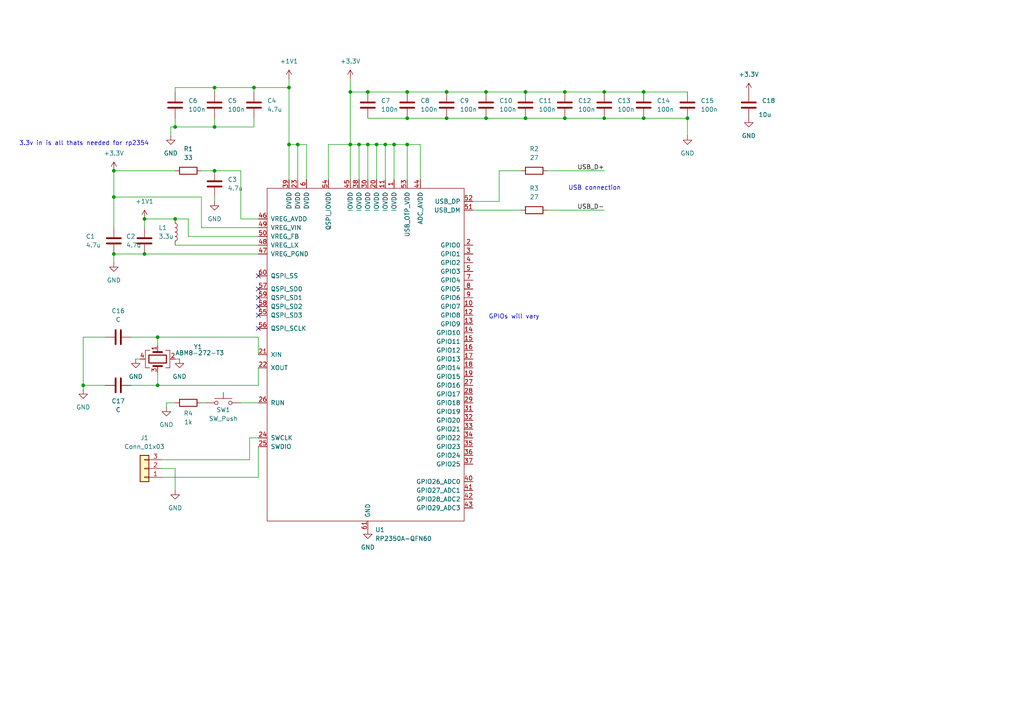
<source format=kicad_sch>
(kicad_sch
	(version 20250114)
	(generator "eeschema")
	(generator_version "9.0")
	(uuid "884ba825-bc86-4e72-a4b8-da42e3f32148")
	(paper "A4")
	(lib_symbols
		(symbol "Connector_Generic:Conn_01x03"
			(pin_names
				(offset 1.016)
				(hide yes)
			)
			(exclude_from_sim no)
			(in_bom yes)
			(on_board yes)
			(property "Reference" "J"
				(at 0 5.08 0)
				(effects
					(font
						(size 1.27 1.27)
					)
				)
			)
			(property "Value" "Conn_01x03"
				(at 0 -5.08 0)
				(effects
					(font
						(size 1.27 1.27)
					)
				)
			)
			(property "Footprint" ""
				(at 0 0 0)
				(effects
					(font
						(size 1.27 1.27)
					)
					(hide yes)
				)
			)
			(property "Datasheet" "~"
				(at 0 0 0)
				(effects
					(font
						(size 1.27 1.27)
					)
					(hide yes)
				)
			)
			(property "Description" "Generic connector, single row, 01x03, script generated (kicad-library-utils/schlib/autogen/connector/)"
				(at 0 0 0)
				(effects
					(font
						(size 1.27 1.27)
					)
					(hide yes)
				)
			)
			(property "ki_keywords" "connector"
				(at 0 0 0)
				(effects
					(font
						(size 1.27 1.27)
					)
					(hide yes)
				)
			)
			(property "ki_fp_filters" "Connector*:*_1x??_*"
				(at 0 0 0)
				(effects
					(font
						(size 1.27 1.27)
					)
					(hide yes)
				)
			)
			(symbol "Conn_01x03_1_1"
				(rectangle
					(start -1.27 3.81)
					(end 1.27 -3.81)
					(stroke
						(width 0.254)
						(type default)
					)
					(fill
						(type background)
					)
				)
				(rectangle
					(start -1.27 2.667)
					(end 0 2.413)
					(stroke
						(width 0.1524)
						(type default)
					)
					(fill
						(type none)
					)
				)
				(rectangle
					(start -1.27 0.127)
					(end 0 -0.127)
					(stroke
						(width 0.1524)
						(type default)
					)
					(fill
						(type none)
					)
				)
				(rectangle
					(start -1.27 -2.413)
					(end 0 -2.667)
					(stroke
						(width 0.1524)
						(type default)
					)
					(fill
						(type none)
					)
				)
				(pin passive line
					(at -5.08 2.54 0)
					(length 3.81)
					(name "Pin_1"
						(effects
							(font
								(size 1.27 1.27)
							)
						)
					)
					(number "1"
						(effects
							(font
								(size 1.27 1.27)
							)
						)
					)
				)
				(pin passive line
					(at -5.08 0 0)
					(length 3.81)
					(name "Pin_2"
						(effects
							(font
								(size 1.27 1.27)
							)
						)
					)
					(number "2"
						(effects
							(font
								(size 1.27 1.27)
							)
						)
					)
				)
				(pin passive line
					(at -5.08 -2.54 0)
					(length 3.81)
					(name "Pin_3"
						(effects
							(font
								(size 1.27 1.27)
							)
						)
					)
					(number "3"
						(effects
							(font
								(size 1.27 1.27)
							)
						)
					)
				)
			)
			(embedded_fonts no)
		)
		(symbol "Device:C"
			(pin_numbers
				(hide yes)
			)
			(pin_names
				(offset 0.254)
			)
			(exclude_from_sim no)
			(in_bom yes)
			(on_board yes)
			(property "Reference" "C"
				(at 0.635 2.54 0)
				(effects
					(font
						(size 1.27 1.27)
					)
					(justify left)
				)
			)
			(property "Value" "C"
				(at 0.635 -2.54 0)
				(effects
					(font
						(size 1.27 1.27)
					)
					(justify left)
				)
			)
			(property "Footprint" ""
				(at 0.9652 -3.81 0)
				(effects
					(font
						(size 1.27 1.27)
					)
					(hide yes)
				)
			)
			(property "Datasheet" "~"
				(at 0 0 0)
				(effects
					(font
						(size 1.27 1.27)
					)
					(hide yes)
				)
			)
			(property "Description" "Unpolarized capacitor"
				(at 0 0 0)
				(effects
					(font
						(size 1.27 1.27)
					)
					(hide yes)
				)
			)
			(property "ki_keywords" "cap capacitor"
				(at 0 0 0)
				(effects
					(font
						(size 1.27 1.27)
					)
					(hide yes)
				)
			)
			(property "ki_fp_filters" "C_*"
				(at 0 0 0)
				(effects
					(font
						(size 1.27 1.27)
					)
					(hide yes)
				)
			)
			(symbol "C_0_1"
				(polyline
					(pts
						(xy -2.032 0.762) (xy 2.032 0.762)
					)
					(stroke
						(width 0.508)
						(type default)
					)
					(fill
						(type none)
					)
				)
				(polyline
					(pts
						(xy -2.032 -0.762) (xy 2.032 -0.762)
					)
					(stroke
						(width 0.508)
						(type default)
					)
					(fill
						(type none)
					)
				)
			)
			(symbol "C_1_1"
				(pin passive line
					(at 0 3.81 270)
					(length 2.794)
					(name "~"
						(effects
							(font
								(size 1.27 1.27)
							)
						)
					)
					(number "1"
						(effects
							(font
								(size 1.27 1.27)
							)
						)
					)
				)
				(pin passive line
					(at 0 -3.81 90)
					(length 2.794)
					(name "~"
						(effects
							(font
								(size 1.27 1.27)
							)
						)
					)
					(number "2"
						(effects
							(font
								(size 1.27 1.27)
							)
						)
					)
				)
			)
			(embedded_fonts no)
		)
		(symbol "Device:Crystal_GND24"
			(pin_names
				(offset 1.016)
				(hide yes)
			)
			(exclude_from_sim no)
			(in_bom yes)
			(on_board yes)
			(property "Reference" "Y"
				(at 3.175 5.08 0)
				(effects
					(font
						(size 1.27 1.27)
					)
					(justify left)
				)
			)
			(property "Value" "Crystal_GND24"
				(at 3.175 3.175 0)
				(effects
					(font
						(size 1.27 1.27)
					)
					(justify left)
				)
			)
			(property "Footprint" ""
				(at 0 0 0)
				(effects
					(font
						(size 1.27 1.27)
					)
					(hide yes)
				)
			)
			(property "Datasheet" "~"
				(at 0 0 0)
				(effects
					(font
						(size 1.27 1.27)
					)
					(hide yes)
				)
			)
			(property "Description" "Four pin crystal, GND on pins 2 and 4"
				(at 0 0 0)
				(effects
					(font
						(size 1.27 1.27)
					)
					(hide yes)
				)
			)
			(property "ki_keywords" "quartz ceramic resonator oscillator"
				(at 0 0 0)
				(effects
					(font
						(size 1.27 1.27)
					)
					(hide yes)
				)
			)
			(property "ki_fp_filters" "Crystal*"
				(at 0 0 0)
				(effects
					(font
						(size 1.27 1.27)
					)
					(hide yes)
				)
			)
			(symbol "Crystal_GND24_0_1"
				(polyline
					(pts
						(xy -2.54 2.286) (xy -2.54 3.556) (xy 2.54 3.556) (xy 2.54 2.286)
					)
					(stroke
						(width 0)
						(type default)
					)
					(fill
						(type none)
					)
				)
				(polyline
					(pts
						(xy -2.54 0) (xy -2.032 0)
					)
					(stroke
						(width 0)
						(type default)
					)
					(fill
						(type none)
					)
				)
				(polyline
					(pts
						(xy -2.54 -2.286) (xy -2.54 -3.556) (xy 2.54 -3.556) (xy 2.54 -2.286)
					)
					(stroke
						(width 0)
						(type default)
					)
					(fill
						(type none)
					)
				)
				(polyline
					(pts
						(xy -2.032 -1.27) (xy -2.032 1.27)
					)
					(stroke
						(width 0.508)
						(type default)
					)
					(fill
						(type none)
					)
				)
				(rectangle
					(start -1.143 2.54)
					(end 1.143 -2.54)
					(stroke
						(width 0.3048)
						(type default)
					)
					(fill
						(type none)
					)
				)
				(polyline
					(pts
						(xy 0 3.556) (xy 0 3.81)
					)
					(stroke
						(width 0)
						(type default)
					)
					(fill
						(type none)
					)
				)
				(polyline
					(pts
						(xy 0 -3.81) (xy 0 -3.556)
					)
					(stroke
						(width 0)
						(type default)
					)
					(fill
						(type none)
					)
				)
				(polyline
					(pts
						(xy 2.032 0) (xy 2.54 0)
					)
					(stroke
						(width 0)
						(type default)
					)
					(fill
						(type none)
					)
				)
				(polyline
					(pts
						(xy 2.032 -1.27) (xy 2.032 1.27)
					)
					(stroke
						(width 0.508)
						(type default)
					)
					(fill
						(type none)
					)
				)
			)
			(symbol "Crystal_GND24_1_1"
				(pin passive line
					(at -3.81 0 0)
					(length 1.27)
					(name "1"
						(effects
							(font
								(size 1.27 1.27)
							)
						)
					)
					(number "1"
						(effects
							(font
								(size 1.27 1.27)
							)
						)
					)
				)
				(pin passive line
					(at 0 5.08 270)
					(length 1.27)
					(name "2"
						(effects
							(font
								(size 1.27 1.27)
							)
						)
					)
					(number "2"
						(effects
							(font
								(size 1.27 1.27)
							)
						)
					)
				)
				(pin passive line
					(at 0 -5.08 90)
					(length 1.27)
					(name "4"
						(effects
							(font
								(size 1.27 1.27)
							)
						)
					)
					(number "4"
						(effects
							(font
								(size 1.27 1.27)
							)
						)
					)
				)
				(pin passive line
					(at 3.81 0 180)
					(length 1.27)
					(name "3"
						(effects
							(font
								(size 1.27 1.27)
							)
						)
					)
					(number "3"
						(effects
							(font
								(size 1.27 1.27)
							)
						)
					)
				)
			)
			(embedded_fonts no)
		)
		(symbol "Device:L"
			(pin_numbers
				(hide yes)
			)
			(pin_names
				(offset 1.016)
				(hide yes)
			)
			(exclude_from_sim no)
			(in_bom yes)
			(on_board yes)
			(property "Reference" "L"
				(at -1.27 0 90)
				(effects
					(font
						(size 1.27 1.27)
					)
				)
			)
			(property "Value" "L"
				(at 1.905 0 90)
				(effects
					(font
						(size 1.27 1.27)
					)
				)
			)
			(property "Footprint" ""
				(at 0 0 0)
				(effects
					(font
						(size 1.27 1.27)
					)
					(hide yes)
				)
			)
			(property "Datasheet" "~"
				(at 0 0 0)
				(effects
					(font
						(size 1.27 1.27)
					)
					(hide yes)
				)
			)
			(property "Description" "Inductor"
				(at 0 0 0)
				(effects
					(font
						(size 1.27 1.27)
					)
					(hide yes)
				)
			)
			(property "ki_keywords" "inductor choke coil reactor magnetic"
				(at 0 0 0)
				(effects
					(font
						(size 1.27 1.27)
					)
					(hide yes)
				)
			)
			(property "ki_fp_filters" "Choke_* *Coil* Inductor_* L_*"
				(at 0 0 0)
				(effects
					(font
						(size 1.27 1.27)
					)
					(hide yes)
				)
			)
			(symbol "L_0_1"
				(arc
					(start 0 2.54)
					(mid 0.6323 1.905)
					(end 0 1.27)
					(stroke
						(width 0)
						(type default)
					)
					(fill
						(type none)
					)
				)
				(arc
					(start 0 1.27)
					(mid 0.6323 0.635)
					(end 0 0)
					(stroke
						(width 0)
						(type default)
					)
					(fill
						(type none)
					)
				)
				(arc
					(start 0 0)
					(mid 0.6323 -0.635)
					(end 0 -1.27)
					(stroke
						(width 0)
						(type default)
					)
					(fill
						(type none)
					)
				)
				(arc
					(start 0 -1.27)
					(mid 0.6323 -1.905)
					(end 0 -2.54)
					(stroke
						(width 0)
						(type default)
					)
					(fill
						(type none)
					)
				)
			)
			(symbol "L_1_1"
				(pin passive line
					(at 0 3.81 270)
					(length 1.27)
					(name "1"
						(effects
							(font
								(size 1.27 1.27)
							)
						)
					)
					(number "1"
						(effects
							(font
								(size 1.27 1.27)
							)
						)
					)
				)
				(pin passive line
					(at 0 -3.81 90)
					(length 1.27)
					(name "2"
						(effects
							(font
								(size 1.27 1.27)
							)
						)
					)
					(number "2"
						(effects
							(font
								(size 1.27 1.27)
							)
						)
					)
				)
			)
			(embedded_fonts no)
		)
		(symbol "Device:R"
			(pin_numbers
				(hide yes)
			)
			(pin_names
				(offset 0)
			)
			(exclude_from_sim no)
			(in_bom yes)
			(on_board yes)
			(property "Reference" "R"
				(at 2.032 0 90)
				(effects
					(font
						(size 1.27 1.27)
					)
				)
			)
			(property "Value" "R"
				(at 0 0 90)
				(effects
					(font
						(size 1.27 1.27)
					)
				)
			)
			(property "Footprint" ""
				(at -1.778 0 90)
				(effects
					(font
						(size 1.27 1.27)
					)
					(hide yes)
				)
			)
			(property "Datasheet" "~"
				(at 0 0 0)
				(effects
					(font
						(size 1.27 1.27)
					)
					(hide yes)
				)
			)
			(property "Description" "Resistor"
				(at 0 0 0)
				(effects
					(font
						(size 1.27 1.27)
					)
					(hide yes)
				)
			)
			(property "ki_keywords" "R res resistor"
				(at 0 0 0)
				(effects
					(font
						(size 1.27 1.27)
					)
					(hide yes)
				)
			)
			(property "ki_fp_filters" "R_*"
				(at 0 0 0)
				(effects
					(font
						(size 1.27 1.27)
					)
					(hide yes)
				)
			)
			(symbol "R_0_1"
				(rectangle
					(start -1.016 -2.54)
					(end 1.016 2.54)
					(stroke
						(width 0.254)
						(type default)
					)
					(fill
						(type none)
					)
				)
			)
			(symbol "R_1_1"
				(pin passive line
					(at 0 3.81 270)
					(length 1.27)
					(name "~"
						(effects
							(font
								(size 1.27 1.27)
							)
						)
					)
					(number "1"
						(effects
							(font
								(size 1.27 1.27)
							)
						)
					)
				)
				(pin passive line
					(at 0 -3.81 90)
					(length 1.27)
					(name "~"
						(effects
							(font
								(size 1.27 1.27)
							)
						)
					)
					(number "2"
						(effects
							(font
								(size 1.27 1.27)
							)
						)
					)
				)
			)
			(embedded_fonts no)
		)
		(symbol "Switch:SW_Push"
			(pin_numbers
				(hide yes)
			)
			(pin_names
				(offset 1.016)
				(hide yes)
			)
			(exclude_from_sim no)
			(in_bom yes)
			(on_board yes)
			(property "Reference" "SW"
				(at 1.27 2.54 0)
				(effects
					(font
						(size 1.27 1.27)
					)
					(justify left)
				)
			)
			(property "Value" "SW_Push"
				(at 0 -1.524 0)
				(effects
					(font
						(size 1.27 1.27)
					)
				)
			)
			(property "Footprint" ""
				(at 0 5.08 0)
				(effects
					(font
						(size 1.27 1.27)
					)
					(hide yes)
				)
			)
			(property "Datasheet" "~"
				(at 0 5.08 0)
				(effects
					(font
						(size 1.27 1.27)
					)
					(hide yes)
				)
			)
			(property "Description" "Push button switch, generic, two pins"
				(at 0 0 0)
				(effects
					(font
						(size 1.27 1.27)
					)
					(hide yes)
				)
			)
			(property "ki_keywords" "switch normally-open pushbutton push-button"
				(at 0 0 0)
				(effects
					(font
						(size 1.27 1.27)
					)
					(hide yes)
				)
			)
			(symbol "SW_Push_0_1"
				(circle
					(center -2.032 0)
					(radius 0.508)
					(stroke
						(width 0)
						(type default)
					)
					(fill
						(type none)
					)
				)
				(polyline
					(pts
						(xy 0 1.27) (xy 0 3.048)
					)
					(stroke
						(width 0)
						(type default)
					)
					(fill
						(type none)
					)
				)
				(circle
					(center 2.032 0)
					(radius 0.508)
					(stroke
						(width 0)
						(type default)
					)
					(fill
						(type none)
					)
				)
				(polyline
					(pts
						(xy 2.54 1.27) (xy -2.54 1.27)
					)
					(stroke
						(width 0)
						(type default)
					)
					(fill
						(type none)
					)
				)
				(pin passive line
					(at -5.08 0 0)
					(length 2.54)
					(name "1"
						(effects
							(font
								(size 1.27 1.27)
							)
						)
					)
					(number "1"
						(effects
							(font
								(size 1.27 1.27)
							)
						)
					)
				)
				(pin passive line
					(at 5.08 0 180)
					(length 2.54)
					(name "2"
						(effects
							(font
								(size 1.27 1.27)
							)
						)
					)
					(number "2"
						(effects
							(font
								(size 1.27 1.27)
							)
						)
					)
				)
			)
			(embedded_fonts no)
		)
		(symbol "power:+1V1"
			(power)
			(pin_numbers
				(hide yes)
			)
			(pin_names
				(offset 0)
				(hide yes)
			)
			(exclude_from_sim no)
			(in_bom yes)
			(on_board yes)
			(property "Reference" "#PWR"
				(at 0 -3.81 0)
				(effects
					(font
						(size 1.27 1.27)
					)
					(hide yes)
				)
			)
			(property "Value" "+1V1"
				(at 0 3.556 0)
				(effects
					(font
						(size 1.27 1.27)
					)
				)
			)
			(property "Footprint" ""
				(at 0 0 0)
				(effects
					(font
						(size 1.27 1.27)
					)
					(hide yes)
				)
			)
			(property "Datasheet" ""
				(at 0 0 0)
				(effects
					(font
						(size 1.27 1.27)
					)
					(hide yes)
				)
			)
			(property "Description" "Power symbol creates a global label with name \"+1V1\""
				(at 0 0 0)
				(effects
					(font
						(size 1.27 1.27)
					)
					(hide yes)
				)
			)
			(property "ki_keywords" "global power"
				(at 0 0 0)
				(effects
					(font
						(size 1.27 1.27)
					)
					(hide yes)
				)
			)
			(symbol "+1V1_0_1"
				(polyline
					(pts
						(xy -0.762 1.27) (xy 0 2.54)
					)
					(stroke
						(width 0)
						(type default)
					)
					(fill
						(type none)
					)
				)
				(polyline
					(pts
						(xy 0 2.54) (xy 0.762 1.27)
					)
					(stroke
						(width 0)
						(type default)
					)
					(fill
						(type none)
					)
				)
				(polyline
					(pts
						(xy 0 0) (xy 0 2.54)
					)
					(stroke
						(width 0)
						(type default)
					)
					(fill
						(type none)
					)
				)
			)
			(symbol "+1V1_1_1"
				(pin power_in line
					(at 0 0 90)
					(length 0)
					(name "~"
						(effects
							(font
								(size 1.27 1.27)
							)
						)
					)
					(number "1"
						(effects
							(font
								(size 1.27 1.27)
							)
						)
					)
				)
			)
			(embedded_fonts no)
		)
		(symbol "power:+3.3V"
			(power)
			(pin_numbers
				(hide yes)
			)
			(pin_names
				(offset 0)
				(hide yes)
			)
			(exclude_from_sim no)
			(in_bom yes)
			(on_board yes)
			(property "Reference" "#PWR"
				(at 0 -3.81 0)
				(effects
					(font
						(size 1.27 1.27)
					)
					(hide yes)
				)
			)
			(property "Value" "+3.3V"
				(at 0 3.556 0)
				(effects
					(font
						(size 1.27 1.27)
					)
				)
			)
			(property "Footprint" ""
				(at 0 0 0)
				(effects
					(font
						(size 1.27 1.27)
					)
					(hide yes)
				)
			)
			(property "Datasheet" ""
				(at 0 0 0)
				(effects
					(font
						(size 1.27 1.27)
					)
					(hide yes)
				)
			)
			(property "Description" "Power symbol creates a global label with name \"+3.3V\""
				(at 0 0 0)
				(effects
					(font
						(size 1.27 1.27)
					)
					(hide yes)
				)
			)
			(property "ki_keywords" "global power"
				(at 0 0 0)
				(effects
					(font
						(size 1.27 1.27)
					)
					(hide yes)
				)
			)
			(symbol "+3.3V_0_1"
				(polyline
					(pts
						(xy -0.762 1.27) (xy 0 2.54)
					)
					(stroke
						(width 0)
						(type default)
					)
					(fill
						(type none)
					)
				)
				(polyline
					(pts
						(xy 0 2.54) (xy 0.762 1.27)
					)
					(stroke
						(width 0)
						(type default)
					)
					(fill
						(type none)
					)
				)
				(polyline
					(pts
						(xy 0 0) (xy 0 2.54)
					)
					(stroke
						(width 0)
						(type default)
					)
					(fill
						(type none)
					)
				)
			)
			(symbol "+3.3V_1_1"
				(pin power_in line
					(at 0 0 90)
					(length 0)
					(name "~"
						(effects
							(font
								(size 1.27 1.27)
							)
						)
					)
					(number "1"
						(effects
							(font
								(size 1.27 1.27)
							)
						)
					)
				)
			)
			(embedded_fonts no)
		)
		(symbol "power:GND"
			(power)
			(pin_numbers
				(hide yes)
			)
			(pin_names
				(offset 0)
				(hide yes)
			)
			(exclude_from_sim no)
			(in_bom yes)
			(on_board yes)
			(property "Reference" "#PWR"
				(at 0 -6.35 0)
				(effects
					(font
						(size 1.27 1.27)
					)
					(hide yes)
				)
			)
			(property "Value" "GND"
				(at 0 -3.81 0)
				(effects
					(font
						(size 1.27 1.27)
					)
				)
			)
			(property "Footprint" ""
				(at 0 0 0)
				(effects
					(font
						(size 1.27 1.27)
					)
					(hide yes)
				)
			)
			(property "Datasheet" ""
				(at 0 0 0)
				(effects
					(font
						(size 1.27 1.27)
					)
					(hide yes)
				)
			)
			(property "Description" "Power symbol creates a global label with name \"GND\" , ground"
				(at 0 0 0)
				(effects
					(font
						(size 1.27 1.27)
					)
					(hide yes)
				)
			)
			(property "ki_keywords" "global power"
				(at 0 0 0)
				(effects
					(font
						(size 1.27 1.27)
					)
					(hide yes)
				)
			)
			(symbol "GND_0_1"
				(polyline
					(pts
						(xy 0 0) (xy 0 -1.27) (xy 1.27 -1.27) (xy 0 -2.54) (xy -1.27 -1.27) (xy 0 -1.27)
					)
					(stroke
						(width 0)
						(type default)
					)
					(fill
						(type none)
					)
				)
			)
			(symbol "GND_1_1"
				(pin power_in line
					(at 0 0 270)
					(length 0)
					(name "~"
						(effects
							(font
								(size 1.27 1.27)
							)
						)
					)
					(number "1"
						(effects
							(font
								(size 1.27 1.27)
							)
						)
					)
				)
			)
			(embedded_fonts no)
		)
		(symbol "rp2350a-qfn60:RP2350A-QFN60"
			(pin_names
				(offset 1.016)
			)
			(exclude_from_sim no)
			(in_bom yes)
			(on_board yes)
			(property "Reference" "U"
				(at 0 -1.27 0)
				(effects
					(font
						(size 1.27 1.27)
					)
				)
			)
			(property "Value" "RP2350A-QFN60"
				(at 0 1.27 0)
				(effects
					(font
						(size 1.27 1.27)
					)
				)
			)
			(property "Footprint" ""
				(at -11.43 17.78 0)
				(effects
					(font
						(size 1.27 1.27)
					)
					(hide yes)
				)
			)
			(property "Datasheet" ""
				(at -11.43 17.78 0)
				(effects
					(font
						(size 1.27 1.27)
					)
					(hide yes)
				)
			)
			(property "Description" ""
				(at -6.35 13.97 0)
				(effects
					(font
						(size 1.27 1.27)
					)
					(hide yes)
				)
			)
			(symbol "RP2350A-QFN60_0_1"
				(rectangle
					(start -29.21 44.45)
					(end 27.94 -52.07)
					(stroke
						(width 0)
						(type default)
					)
					(fill
						(type none)
					)
				)
			)
			(symbol "RP2350A-QFN60_1_0"
				(pin passive line
					(at 0 -54.61 90)
					(length 2.54)
					(name "GND"
						(effects
							(font
								(size 1.27 1.27)
							)
						)
					)
					(number "61"
						(effects
							(font
								(size 1.27 1.27)
							)
						)
					)
				)
			)
			(symbol "RP2350A-QFN60_1_1"
				(pin power_in line
					(at -31.75 35.56 0)
					(length 2.54)
					(name "VREG_AVDD"
						(effects
							(font
								(size 1.27 1.27)
							)
						)
					)
					(number "46"
						(effects
							(font
								(size 1.27 1.27)
							)
						)
					)
				)
				(pin power_in line
					(at -31.75 33.02 0)
					(length 2.54)
					(name "VREG_VIN"
						(effects
							(font
								(size 1.27 1.27)
							)
						)
					)
					(number "49"
						(effects
							(font
								(size 1.27 1.27)
							)
						)
					)
				)
				(pin power_in line
					(at -31.75 30.48 0)
					(length 2.54)
					(name "VREG_FB"
						(effects
							(font
								(size 1.27 1.27)
							)
						)
					)
					(number "50"
						(effects
							(font
								(size 1.27 1.27)
							)
						)
					)
				)
				(pin power_out line
					(at -31.75 27.94 0)
					(length 2.54)
					(name "VREG_LX"
						(effects
							(font
								(size 1.27 1.27)
							)
						)
					)
					(number "48"
						(effects
							(font
								(size 1.27 1.27)
							)
						)
					)
				)
				(pin input line
					(at -31.75 25.4 0)
					(length 2.54)
					(name "VREG_PGND"
						(effects
							(font
								(size 1.27 1.27)
							)
						)
					)
					(number "47"
						(effects
							(font
								(size 1.27 1.27)
							)
						)
					)
				)
				(pin bidirectional line
					(at -31.75 19.05 0)
					(length 2.54)
					(name "QSPI_SS"
						(effects
							(font
								(size 1.27 1.27)
							)
						)
					)
					(number "60"
						(effects
							(font
								(size 1.27 1.27)
							)
						)
					)
				)
				(pin bidirectional line
					(at -31.75 15.24 0)
					(length 2.54)
					(name "QSPI_SD0"
						(effects
							(font
								(size 1.27 1.27)
							)
						)
					)
					(number "57"
						(effects
							(font
								(size 1.27 1.27)
							)
						)
					)
				)
				(pin bidirectional line
					(at -31.75 12.7 0)
					(length 2.54)
					(name "QSPI_SD1"
						(effects
							(font
								(size 1.27 1.27)
							)
						)
					)
					(number "59"
						(effects
							(font
								(size 1.27 1.27)
							)
						)
					)
				)
				(pin bidirectional line
					(at -31.75 10.16 0)
					(length 2.54)
					(name "QSPI_SD2"
						(effects
							(font
								(size 1.27 1.27)
							)
						)
					)
					(number "58"
						(effects
							(font
								(size 1.27 1.27)
							)
						)
					)
				)
				(pin bidirectional line
					(at -31.75 7.62 0)
					(length 2.54)
					(name "QSPI_SD3"
						(effects
							(font
								(size 1.27 1.27)
							)
						)
					)
					(number "55"
						(effects
							(font
								(size 1.27 1.27)
							)
						)
					)
				)
				(pin bidirectional line
					(at -31.75 3.81 0)
					(length 2.54)
					(name "QSPI_SCLK"
						(effects
							(font
								(size 1.27 1.27)
							)
						)
					)
					(number "56"
						(effects
							(font
								(size 1.27 1.27)
							)
						)
					)
				)
				(pin input line
					(at -31.75 -3.81 0)
					(length 2.54)
					(name "XIN"
						(effects
							(font
								(size 1.27 1.27)
							)
						)
					)
					(number "21"
						(effects
							(font
								(size 1.27 1.27)
							)
						)
					)
				)
				(pin output line
					(at -31.75 -7.62 0)
					(length 2.54)
					(name "XOUT"
						(effects
							(font
								(size 1.27 1.27)
							)
						)
					)
					(number "22"
						(effects
							(font
								(size 1.27 1.27)
							)
						)
					)
				)
				(pin input line
					(at -31.75 -17.78 0)
					(length 2.54)
					(name "RUN"
						(effects
							(font
								(size 1.27 1.27)
							)
						)
					)
					(number "26"
						(effects
							(font
								(size 1.27 1.27)
							)
						)
					)
				)
				(pin input line
					(at -31.75 -27.94 0)
					(length 2.54)
					(name "SWCLK"
						(effects
							(font
								(size 1.27 1.27)
							)
						)
					)
					(number "24"
						(effects
							(font
								(size 1.27 1.27)
							)
						)
					)
				)
				(pin bidirectional line
					(at -31.75 -30.48 0)
					(length 2.54)
					(name "SWDIO"
						(effects
							(font
								(size 1.27 1.27)
							)
						)
					)
					(number "25"
						(effects
							(font
								(size 1.27 1.27)
							)
						)
					)
				)
				(pin power_in line
					(at -22.86 46.99 270)
					(length 2.54)
					(name "DVDD"
						(effects
							(font
								(size 1.27 1.27)
							)
						)
					)
					(number "39"
						(effects
							(font
								(size 1.27 1.27)
							)
						)
					)
				)
				(pin power_in line
					(at -20.32 46.99 270)
					(length 2.54)
					(name "DVDD"
						(effects
							(font
								(size 1.27 1.27)
							)
						)
					)
					(number "23"
						(effects
							(font
								(size 1.27 1.27)
							)
						)
					)
				)
				(pin power_in line
					(at -17.78 46.99 270)
					(length 2.54)
					(name "DVDD"
						(effects
							(font
								(size 1.27 1.27)
							)
						)
					)
					(number "6"
						(effects
							(font
								(size 1.27 1.27)
							)
						)
					)
				)
				(pin power_in line
					(at -11.43 46.99 270)
					(length 2.54)
					(name "QSPI_IOVDD"
						(effects
							(font
								(size 1.27 1.27)
							)
						)
					)
					(number "54"
						(effects
							(font
								(size 1.27 1.27)
							)
						)
					)
				)
				(pin power_in line
					(at -5.08 46.99 270)
					(length 2.54)
					(name "IOVDD"
						(effects
							(font
								(size 1.27 1.27)
							)
						)
					)
					(number "45"
						(effects
							(font
								(size 1.27 1.27)
							)
						)
					)
				)
				(pin power_in line
					(at -2.54 46.99 270)
					(length 2.54)
					(name "IOVDD"
						(effects
							(font
								(size 1.27 1.27)
							)
						)
					)
					(number "38"
						(effects
							(font
								(size 1.27 1.27)
							)
						)
					)
				)
				(pin power_in line
					(at 0 46.99 270)
					(length 2.54)
					(name "IOVDD"
						(effects
							(font
								(size 1.27 1.27)
							)
						)
					)
					(number "30"
						(effects
							(font
								(size 1.27 1.27)
							)
						)
					)
				)
				(pin power_in line
					(at 2.54 46.99 270)
					(length 2.54)
					(name "IOVDD"
						(effects
							(font
								(size 1.27 1.27)
							)
						)
					)
					(number "20"
						(effects
							(font
								(size 1.27 1.27)
							)
						)
					)
				)
				(pin power_in line
					(at 5.08 46.99 270)
					(length 2.54)
					(name "IOVDD"
						(effects
							(font
								(size 1.27 1.27)
							)
						)
					)
					(number "11"
						(effects
							(font
								(size 1.27 1.27)
							)
						)
					)
				)
				(pin power_in line
					(at 7.62 46.99 270)
					(length 2.54)
					(name "IOVDD"
						(effects
							(font
								(size 1.27 1.27)
							)
						)
					)
					(number "1"
						(effects
							(font
								(size 1.27 1.27)
							)
						)
					)
				)
				(pin power_in line
					(at 11.43 46.99 270)
					(length 2.54)
					(name "USB_OTP_VDD"
						(effects
							(font
								(size 1.27 1.27)
							)
						)
					)
					(number "53"
						(effects
							(font
								(size 1.27 1.27)
							)
						)
					)
				)
				(pin power_in line
					(at 15.24 46.99 270)
					(length 2.54)
					(name "ADC_AVDD"
						(effects
							(font
								(size 1.27 1.27)
							)
						)
					)
					(number "44"
						(effects
							(font
								(size 1.27 1.27)
							)
						)
					)
				)
				(pin bidirectional line
					(at 30.48 40.64 180)
					(length 2.54)
					(name "USB_DP"
						(effects
							(font
								(size 1.27 1.27)
							)
						)
					)
					(number "52"
						(effects
							(font
								(size 1.27 1.27)
							)
						)
					)
				)
				(pin bidirectional line
					(at 30.48 38.1 180)
					(length 2.54)
					(name "USB_DM"
						(effects
							(font
								(size 1.27 1.27)
							)
						)
					)
					(number "51"
						(effects
							(font
								(size 1.27 1.27)
							)
						)
					)
				)
				(pin bidirectional line
					(at 30.48 27.94 180)
					(length 2.54)
					(name "GPIO0"
						(effects
							(font
								(size 1.27 1.27)
							)
						)
					)
					(number "2"
						(effects
							(font
								(size 1.27 1.27)
							)
						)
					)
				)
				(pin bidirectional line
					(at 30.48 25.4 180)
					(length 2.54)
					(name "GPIO1"
						(effects
							(font
								(size 1.27 1.27)
							)
						)
					)
					(number "3"
						(effects
							(font
								(size 1.27 1.27)
							)
						)
					)
				)
				(pin bidirectional line
					(at 30.48 22.86 180)
					(length 2.54)
					(name "GPIO2"
						(effects
							(font
								(size 1.27 1.27)
							)
						)
					)
					(number "4"
						(effects
							(font
								(size 1.27 1.27)
							)
						)
					)
				)
				(pin bidirectional line
					(at 30.48 20.32 180)
					(length 2.54)
					(name "GPIO3"
						(effects
							(font
								(size 1.27 1.27)
							)
						)
					)
					(number "5"
						(effects
							(font
								(size 1.27 1.27)
							)
						)
					)
				)
				(pin bidirectional line
					(at 30.48 17.78 180)
					(length 2.54)
					(name "GPIO4"
						(effects
							(font
								(size 1.27 1.27)
							)
						)
					)
					(number "7"
						(effects
							(font
								(size 1.27 1.27)
							)
						)
					)
				)
				(pin bidirectional line
					(at 30.48 15.24 180)
					(length 2.54)
					(name "GPIO5"
						(effects
							(font
								(size 1.27 1.27)
							)
						)
					)
					(number "8"
						(effects
							(font
								(size 1.27 1.27)
							)
						)
					)
				)
				(pin bidirectional line
					(at 30.48 12.7 180)
					(length 2.54)
					(name "GPIO6"
						(effects
							(font
								(size 1.27 1.27)
							)
						)
					)
					(number "9"
						(effects
							(font
								(size 1.27 1.27)
							)
						)
					)
				)
				(pin bidirectional line
					(at 30.48 10.16 180)
					(length 2.54)
					(name "GPIO7"
						(effects
							(font
								(size 1.27 1.27)
							)
						)
					)
					(number "10"
						(effects
							(font
								(size 1.27 1.27)
							)
						)
					)
				)
				(pin bidirectional line
					(at 30.48 7.62 180)
					(length 2.54)
					(name "GPIO8"
						(effects
							(font
								(size 1.27 1.27)
							)
						)
					)
					(number "12"
						(effects
							(font
								(size 1.27 1.27)
							)
						)
					)
				)
				(pin bidirectional line
					(at 30.48 5.08 180)
					(length 2.54)
					(name "GPIO9"
						(effects
							(font
								(size 1.27 1.27)
							)
						)
					)
					(number "13"
						(effects
							(font
								(size 1.27 1.27)
							)
						)
					)
				)
				(pin bidirectional line
					(at 30.48 2.54 180)
					(length 2.54)
					(name "GPIO10"
						(effects
							(font
								(size 1.27 1.27)
							)
						)
					)
					(number "14"
						(effects
							(font
								(size 1.27 1.27)
							)
						)
					)
				)
				(pin bidirectional line
					(at 30.48 0 180)
					(length 2.54)
					(name "GPIO11"
						(effects
							(font
								(size 1.27 1.27)
							)
						)
					)
					(number "15"
						(effects
							(font
								(size 1.27 1.27)
							)
						)
					)
				)
				(pin bidirectional line
					(at 30.48 -2.54 180)
					(length 2.54)
					(name "GPIO12"
						(effects
							(font
								(size 1.27 1.27)
							)
						)
					)
					(number "16"
						(effects
							(font
								(size 1.27 1.27)
							)
						)
					)
				)
				(pin bidirectional line
					(at 30.48 -5.08 180)
					(length 2.54)
					(name "GPIO13"
						(effects
							(font
								(size 1.27 1.27)
							)
						)
					)
					(number "17"
						(effects
							(font
								(size 1.27 1.27)
							)
						)
					)
				)
				(pin bidirectional line
					(at 30.48 -7.62 180)
					(length 2.54)
					(name "GPIO14"
						(effects
							(font
								(size 1.27 1.27)
							)
						)
					)
					(number "18"
						(effects
							(font
								(size 1.27 1.27)
							)
						)
					)
				)
				(pin bidirectional line
					(at 30.48 -10.16 180)
					(length 2.54)
					(name "GPIO15"
						(effects
							(font
								(size 1.27 1.27)
							)
						)
					)
					(number "19"
						(effects
							(font
								(size 1.27 1.27)
							)
						)
					)
				)
				(pin bidirectional line
					(at 30.48 -12.7 180)
					(length 2.54)
					(name "GPIO16"
						(effects
							(font
								(size 1.27 1.27)
							)
						)
					)
					(number "27"
						(effects
							(font
								(size 1.27 1.27)
							)
						)
					)
				)
				(pin bidirectional line
					(at 30.48 -15.24 180)
					(length 2.54)
					(name "GPIO17"
						(effects
							(font
								(size 1.27 1.27)
							)
						)
					)
					(number "28"
						(effects
							(font
								(size 1.27 1.27)
							)
						)
					)
				)
				(pin bidirectional line
					(at 30.48 -17.78 180)
					(length 2.54)
					(name "GPIO18"
						(effects
							(font
								(size 1.27 1.27)
							)
						)
					)
					(number "29"
						(effects
							(font
								(size 1.27 1.27)
							)
						)
					)
				)
				(pin bidirectional line
					(at 30.48 -20.32 180)
					(length 2.54)
					(name "GPIO19"
						(effects
							(font
								(size 1.27 1.27)
							)
						)
					)
					(number "31"
						(effects
							(font
								(size 1.27 1.27)
							)
						)
					)
				)
				(pin bidirectional line
					(at 30.48 -22.86 180)
					(length 2.54)
					(name "GPIO20"
						(effects
							(font
								(size 1.27 1.27)
							)
						)
					)
					(number "32"
						(effects
							(font
								(size 1.27 1.27)
							)
						)
					)
				)
				(pin bidirectional line
					(at 30.48 -25.4 180)
					(length 2.54)
					(name "GPIO21"
						(effects
							(font
								(size 1.27 1.27)
							)
						)
					)
					(number "33"
						(effects
							(font
								(size 1.27 1.27)
							)
						)
					)
				)
				(pin bidirectional line
					(at 30.48 -27.94 180)
					(length 2.54)
					(name "GPIO22"
						(effects
							(font
								(size 1.27 1.27)
							)
						)
					)
					(number "34"
						(effects
							(font
								(size 1.27 1.27)
							)
						)
					)
				)
				(pin bidirectional line
					(at 30.48 -30.48 180)
					(length 2.54)
					(name "GPIO23"
						(effects
							(font
								(size 1.27 1.27)
							)
						)
					)
					(number "35"
						(effects
							(font
								(size 1.27 1.27)
							)
						)
					)
				)
				(pin bidirectional line
					(at 30.48 -33.02 180)
					(length 2.54)
					(name "GPIO24"
						(effects
							(font
								(size 1.27 1.27)
							)
						)
					)
					(number "36"
						(effects
							(font
								(size 1.27 1.27)
							)
						)
					)
				)
				(pin bidirectional line
					(at 30.48 -35.56 180)
					(length 2.54)
					(name "GPIO25"
						(effects
							(font
								(size 1.27 1.27)
							)
						)
					)
					(number "37"
						(effects
							(font
								(size 1.27 1.27)
							)
						)
					)
				)
				(pin bidirectional line
					(at 30.48 -40.64 180)
					(length 2.54)
					(name "GPIO26_ADC0"
						(effects
							(font
								(size 1.27 1.27)
							)
						)
					)
					(number "40"
						(effects
							(font
								(size 1.27 1.27)
							)
						)
					)
				)
				(pin bidirectional line
					(at 30.48 -43.18 180)
					(length 2.54)
					(name "GPIO27_ADC1"
						(effects
							(font
								(size 1.27 1.27)
							)
						)
					)
					(number "41"
						(effects
							(font
								(size 1.27 1.27)
							)
						)
					)
				)
				(pin bidirectional line
					(at 30.48 -45.72 180)
					(length 2.54)
					(name "GPIO28_ADC2"
						(effects
							(font
								(size 1.27 1.27)
							)
						)
					)
					(number "42"
						(effects
							(font
								(size 1.27 1.27)
							)
						)
					)
				)
				(pin bidirectional line
					(at 30.48 -48.26 180)
					(length 2.54)
					(name "GPIO29_ADC3"
						(effects
							(font
								(size 1.27 1.27)
							)
						)
					)
					(number "43"
						(effects
							(font
								(size 1.27 1.27)
							)
						)
					)
				)
			)
			(embedded_fonts no)
		)
	)
	(text "USB connection"
		(exclude_from_sim no)
		(at 172.466 54.61 0)
		(effects
			(font
				(size 1.27 1.27)
			)
		)
		(uuid "390888e1-54b1-474a-843a-1649812dd21d")
	)
	(text "GPIOs will vary"
		(exclude_from_sim no)
		(at 149.098 91.948 0)
		(effects
			(font
				(size 1.27 1.27)
			)
		)
		(uuid "4f4bd6c0-b546-42ac-92c9-19ebf2c83395")
	)
	(text "3.3v in is all thats needed for rp2354\n"
		(exclude_from_sim no)
		(at 24.384 41.656 0)
		(effects
			(font
				(size 1.27 1.27)
			)
		)
		(uuid "62550892-6e23-4d34-bd4d-ae179062df80")
	)
	(junction
		(at 86.36 41.91)
		(diameter 0)
		(color 0 0 0 0)
		(uuid "078d71d8-e031-438f-b6c2-640f89028a6d")
	)
	(junction
		(at 41.91 73.66)
		(diameter 0)
		(color 0 0 0 0)
		(uuid "0a5ca765-761c-41f5-97cd-3f643063767c")
	)
	(junction
		(at 175.26 26.67)
		(diameter 0)
		(color 0 0 0 0)
		(uuid "0ae68b92-1d42-4063-84f3-5a659bb79589")
	)
	(junction
		(at 106.68 26.67)
		(diameter 0)
		(color 0 0 0 0)
		(uuid "0fa41ec8-aef8-4725-9ea2-3d0f8d9f8e09")
	)
	(junction
		(at 50.8 36.83)
		(diameter 0)
		(color 0 0 0 0)
		(uuid "24e74c9c-dfc5-47c0-b843-7c42825bdafc")
	)
	(junction
		(at 152.4 26.67)
		(diameter 0)
		(color 0 0 0 0)
		(uuid "3a910abe-4bbf-4061-b884-0ba60542612a")
	)
	(junction
		(at 111.76 41.91)
		(diameter 0)
		(color 0 0 0 0)
		(uuid "3c26070e-296b-4e17-8eea-d440648e3222")
	)
	(junction
		(at 104.14 41.91)
		(diameter 0)
		(color 0 0 0 0)
		(uuid "3e4c358d-723e-4654-b042-733465d22b3c")
	)
	(junction
		(at 45.72 111.76)
		(diameter 0)
		(color 0 0 0 0)
		(uuid "4e4f10f2-5855-4694-adca-2ef183f2369c")
	)
	(junction
		(at 101.6 41.91)
		(diameter 0)
		(color 0 0 0 0)
		(uuid "500db877-5ccc-4e41-8735-23a0e3bd660b")
	)
	(junction
		(at 62.23 49.53)
		(diameter 0)
		(color 0 0 0 0)
		(uuid "52f50eab-44c9-4508-823e-1fa4f7540e62")
	)
	(junction
		(at 186.69 34.29)
		(diameter 0)
		(color 0 0 0 0)
		(uuid "5ba8326a-d4bc-407b-bb47-6165e735745c")
	)
	(junction
		(at 163.83 26.67)
		(diameter 0)
		(color 0 0 0 0)
		(uuid "681964e9-f786-41b8-a4b1-e443f2fcaa93")
	)
	(junction
		(at 62.23 36.83)
		(diameter 0)
		(color 0 0 0 0)
		(uuid "71d3bdd6-9315-42ba-863d-51fc312431db")
	)
	(junction
		(at 50.8 63.5)
		(diameter 0)
		(color 0 0 0 0)
		(uuid "79381b3e-2367-4e54-9a26-e02ed0fcd826")
	)
	(junction
		(at 41.91 63.5)
		(diameter 0)
		(color 0 0 0 0)
		(uuid "79d249d9-93fe-474a-9b17-1cb241b8de07")
	)
	(junction
		(at 73.66 25.4)
		(diameter 0)
		(color 0 0 0 0)
		(uuid "7e5ce40f-00bd-425e-8f0a-0fe557b96ae5")
	)
	(junction
		(at 24.13 111.76)
		(diameter 0)
		(color 0 0 0 0)
		(uuid "7fc1db62-1a61-4a3d-a415-4ce53af2a62d")
	)
	(junction
		(at 118.11 26.67)
		(diameter 0)
		(color 0 0 0 0)
		(uuid "84fd321b-07b6-4081-be64-7d82b95df471")
	)
	(junction
		(at 83.82 25.4)
		(diameter 0)
		(color 0 0 0 0)
		(uuid "8cd29d37-0c37-41c4-81b2-7f756eec5dc7")
	)
	(junction
		(at 106.68 41.91)
		(diameter 0)
		(color 0 0 0 0)
		(uuid "902cf62d-a2e4-46bf-a2eb-7257d43eef18")
	)
	(junction
		(at 129.54 34.29)
		(diameter 0)
		(color 0 0 0 0)
		(uuid "96a6ee8d-bc2d-4e16-971f-0270facf4e4f")
	)
	(junction
		(at 114.3 41.91)
		(diameter 0)
		(color 0 0 0 0)
		(uuid "99e13390-9cf3-4e64-bde3-8b21afd3cc60")
	)
	(junction
		(at 45.72 97.79)
		(diameter 0)
		(color 0 0 0 0)
		(uuid "a16a9bda-ad42-446e-b8c8-3f3e20ec40bc")
	)
	(junction
		(at 129.54 26.67)
		(diameter 0)
		(color 0 0 0 0)
		(uuid "a78de9e1-cef9-4c23-9253-872964d24e50")
	)
	(junction
		(at 33.02 49.53)
		(diameter 0)
		(color 0 0 0 0)
		(uuid "aa2ae181-0983-44b9-b3ae-3a89962f042c")
	)
	(junction
		(at 62.23 25.4)
		(diameter 0)
		(color 0 0 0 0)
		(uuid "acdcd7ef-b6ea-4e22-ab23-fb95ca364d73")
	)
	(junction
		(at 175.26 34.29)
		(diameter 0)
		(color 0 0 0 0)
		(uuid "ad4b2481-d08d-4bfe-a3c7-aaddcb7fae7a")
	)
	(junction
		(at 101.6 26.67)
		(diameter 0)
		(color 0 0 0 0)
		(uuid "b8d33ee0-bdc2-4dda-8b35-01768952d03f")
	)
	(junction
		(at 140.97 34.29)
		(diameter 0)
		(color 0 0 0 0)
		(uuid "bffc1e37-1709-4a24-ac65-f02b2927a78b")
	)
	(junction
		(at 83.82 41.91)
		(diameter 0)
		(color 0 0 0 0)
		(uuid "c03d16e4-57c2-4f3e-b9c0-0afed8d72189")
	)
	(junction
		(at 199.39 34.29)
		(diameter 0)
		(color 0 0 0 0)
		(uuid "c128f72a-8bd6-42c9-8d32-9761a05d4faf")
	)
	(junction
		(at 152.4 34.29)
		(diameter 0)
		(color 0 0 0 0)
		(uuid "d7afc92d-533f-421a-ada3-593b7ae44640")
	)
	(junction
		(at 118.11 41.91)
		(diameter 0)
		(color 0 0 0 0)
		(uuid "d931ecbc-8f2d-4b32-a72b-5df1fd04a849")
	)
	(junction
		(at 33.02 73.66)
		(diameter 0)
		(color 0 0 0 0)
		(uuid "ddd5cde5-aa1b-4843-8b42-3dc86cd42bed")
	)
	(junction
		(at 33.02 57.15)
		(diameter 0)
		(color 0 0 0 0)
		(uuid "e2cb89f8-950c-410f-bb2d-97c73ffedbb0")
	)
	(junction
		(at 118.11 34.29)
		(diameter 0)
		(color 0 0 0 0)
		(uuid "e6d69b0d-25c1-4922-8b74-11f07844260c")
	)
	(junction
		(at 109.22 41.91)
		(diameter 0)
		(color 0 0 0 0)
		(uuid "e7f51e30-2e26-4b38-a76b-7549b49e5a9e")
	)
	(junction
		(at 140.97 26.67)
		(diameter 0)
		(color 0 0 0 0)
		(uuid "e9589613-f51a-427d-8fce-c746ff4bad20")
	)
	(junction
		(at 186.69 26.67)
		(diameter 0)
		(color 0 0 0 0)
		(uuid "f28f9ad5-bdfc-48cf-9965-8aeeb7a3e57a")
	)
	(junction
		(at 163.83 34.29)
		(diameter 0)
		(color 0 0 0 0)
		(uuid "f92240d6-d4be-4a4d-af6c-60ae64976773")
	)
	(no_connect
		(at 74.93 80.01)
		(uuid "1132eef4-dd48-4ecb-8a8d-71f25e48b3e3")
	)
	(no_connect
		(at 74.93 95.25)
		(uuid "75ea62aa-8707-4580-8207-1a500a399837")
	)
	(no_connect
		(at 74.93 83.82)
		(uuid "c4038f39-9264-41a2-9e32-d5c9ef6507d7")
	)
	(no_connect
		(at 74.93 88.9)
		(uuid "cf14c542-a4b2-4a09-ad2f-8d6034e8004e")
	)
	(no_connect
		(at 74.93 91.44)
		(uuid "ddb11530-979a-4aa2-9fcb-024d0d248eb0")
	)
	(no_connect
		(at 74.93 86.36)
		(uuid "fb55957c-308f-4b24-9210-7ff9defbf978")
	)
	(wire
		(pts
			(xy 163.83 34.29) (xy 175.26 34.29)
		)
		(stroke
			(width 0)
			(type default)
		)
		(uuid "00e30988-6655-4824-ac0c-1fd33a2b90dc")
	)
	(wire
		(pts
			(xy 38.1 97.79) (xy 45.72 97.79)
		)
		(stroke
			(width 0)
			(type default)
		)
		(uuid "056a0722-457c-472a-9df5-2de32392e7e6")
	)
	(wire
		(pts
			(xy 62.23 34.29) (xy 62.23 36.83)
		)
		(stroke
			(width 0)
			(type default)
		)
		(uuid "0ab050d1-54e9-4133-bf8b-ce218b772c8a")
	)
	(wire
		(pts
			(xy 104.14 41.91) (xy 104.14 52.07)
		)
		(stroke
			(width 0)
			(type default)
		)
		(uuid "10594bb0-8b18-4827-9630-0419402cbe29")
	)
	(wire
		(pts
			(xy 50.8 63.5) (xy 54.61 63.5)
		)
		(stroke
			(width 0)
			(type default)
		)
		(uuid "10d4a844-8a25-4a42-8998-d659c880baac")
	)
	(wire
		(pts
			(xy 50.8 36.83) (xy 50.8 34.29)
		)
		(stroke
			(width 0)
			(type default)
		)
		(uuid "14f440b1-9428-412c-80fd-17721fcccc57")
	)
	(wire
		(pts
			(xy 101.6 26.67) (xy 101.6 41.91)
		)
		(stroke
			(width 0)
			(type default)
		)
		(uuid "1aba1fb4-0502-41ac-bffa-9e4a933ec608")
	)
	(wire
		(pts
			(xy 73.66 36.83) (xy 62.23 36.83)
		)
		(stroke
			(width 0)
			(type default)
		)
		(uuid "1c2faa2a-766f-41c3-bda5-94f0ae93042c")
	)
	(wire
		(pts
			(xy 59.69 116.84) (xy 58.42 116.84)
		)
		(stroke
			(width 0)
			(type default)
		)
		(uuid "1c82d6cf-fc0c-4dfb-8198-6cc00720908f")
	)
	(wire
		(pts
			(xy 41.91 63.5) (xy 41.91 66.04)
		)
		(stroke
			(width 0)
			(type default)
		)
		(uuid "1ccd944d-f785-4a10-85ae-fa447a8db119")
	)
	(wire
		(pts
			(xy 24.13 111.76) (xy 30.48 111.76)
		)
		(stroke
			(width 0)
			(type default)
		)
		(uuid "1e1884f8-b7d1-4947-80ef-0d9a90cac383")
	)
	(wire
		(pts
			(xy 73.66 34.29) (xy 73.66 36.83)
		)
		(stroke
			(width 0)
			(type default)
		)
		(uuid "1f1f7d25-16f3-4e48-be25-9a8c70ff14c6")
	)
	(wire
		(pts
			(xy 33.02 73.66) (xy 33.02 76.2)
		)
		(stroke
			(width 0)
			(type default)
		)
		(uuid "2369883a-a481-4526-9d44-b8c860b424d2")
	)
	(wire
		(pts
			(xy 73.66 25.4) (xy 83.82 25.4)
		)
		(stroke
			(width 0)
			(type default)
		)
		(uuid "25919745-1150-4a72-a4e4-9096977d0fcf")
	)
	(wire
		(pts
			(xy 33.02 49.53) (xy 33.02 57.15)
		)
		(stroke
			(width 0)
			(type default)
		)
		(uuid "272031dd-4650-478c-ae7f-1a17e28fabba")
	)
	(wire
		(pts
			(xy 45.72 111.76) (xy 45.72 107.95)
		)
		(stroke
			(width 0)
			(type default)
		)
		(uuid "2ef23d53-fbff-4032-847c-feadf5dd9c02")
	)
	(wire
		(pts
			(xy 151.13 49.53) (xy 144.78 49.53)
		)
		(stroke
			(width 0)
			(type default)
		)
		(uuid "2fe88cc4-8da8-4605-96d5-e88f09842180")
	)
	(wire
		(pts
			(xy 33.02 57.15) (xy 33.02 66.04)
		)
		(stroke
			(width 0)
			(type default)
		)
		(uuid "306cec44-51c6-4162-8eff-2a1f9779f0cf")
	)
	(wire
		(pts
			(xy 118.11 52.07) (xy 118.11 41.91)
		)
		(stroke
			(width 0)
			(type default)
		)
		(uuid "31927d2a-dbc1-4b32-b4de-9dcd0a1d4057")
	)
	(wire
		(pts
			(xy 101.6 22.86) (xy 101.6 26.67)
		)
		(stroke
			(width 0)
			(type default)
		)
		(uuid "32e85118-cf09-486a-9534-0296f7c9a5b0")
	)
	(wire
		(pts
			(xy 50.8 26.67) (xy 50.8 25.4)
		)
		(stroke
			(width 0)
			(type default)
		)
		(uuid "3d541bec-5d23-4d69-b518-92dac2d6ee03")
	)
	(wire
		(pts
			(xy 137.16 60.96) (xy 151.13 60.96)
		)
		(stroke
			(width 0)
			(type default)
		)
		(uuid "415c031d-d2a0-4253-aa06-7f5ce05624f8")
	)
	(wire
		(pts
			(xy 62.23 57.15) (xy 62.23 58.42)
		)
		(stroke
			(width 0)
			(type default)
		)
		(uuid "47dceb41-e573-460e-b81b-4d6b75425c30")
	)
	(wire
		(pts
			(xy 111.76 41.91) (xy 111.76 52.07)
		)
		(stroke
			(width 0)
			(type default)
		)
		(uuid "48211118-c000-48e2-b545-ac213bbe5c26")
	)
	(wire
		(pts
			(xy 88.9 52.07) (xy 88.9 41.91)
		)
		(stroke
			(width 0)
			(type default)
		)
		(uuid "4873dc09-3474-45d4-b51a-f6ce6ddd67d4")
	)
	(wire
		(pts
			(xy 199.39 39.37) (xy 199.39 34.29)
		)
		(stroke
			(width 0)
			(type default)
		)
		(uuid "4f6210aa-cd35-440c-946f-9447140d7ed4")
	)
	(wire
		(pts
			(xy 24.13 97.79) (xy 30.48 97.79)
		)
		(stroke
			(width 0)
			(type default)
		)
		(uuid "56251076-baa6-4fad-ba9d-ffb105d86d0f")
	)
	(wire
		(pts
			(xy 69.85 63.5) (xy 69.85 49.53)
		)
		(stroke
			(width 0)
			(type default)
		)
		(uuid "582706fa-d16f-4220-b1b1-624561e7e871")
	)
	(wire
		(pts
			(xy 49.53 39.37) (xy 49.53 36.83)
		)
		(stroke
			(width 0)
			(type default)
		)
		(uuid "592ef04c-be0b-4cbd-b660-fe31a90feab3")
	)
	(wire
		(pts
			(xy 95.25 52.07) (xy 95.25 41.91)
		)
		(stroke
			(width 0)
			(type default)
		)
		(uuid "59dc4d36-16d5-4f67-822a-37649b4e4315")
	)
	(wire
		(pts
			(xy 114.3 41.91) (xy 111.76 41.91)
		)
		(stroke
			(width 0)
			(type default)
		)
		(uuid "5df0b104-b1ec-450a-8d2b-15bce37a38b9")
	)
	(wire
		(pts
			(xy 74.93 129.54) (xy 74.93 138.43)
		)
		(stroke
			(width 0)
			(type default)
		)
		(uuid "602e620e-4e78-4f53-bfaf-ec24dd150a17")
	)
	(wire
		(pts
			(xy 118.11 41.91) (xy 121.92 41.91)
		)
		(stroke
			(width 0)
			(type default)
		)
		(uuid "61078d1c-3fb6-43c4-b192-9c50e04b9706")
	)
	(wire
		(pts
			(xy 109.22 41.91) (xy 106.68 41.91)
		)
		(stroke
			(width 0)
			(type default)
		)
		(uuid "624fd479-395b-4e4e-9693-f6787fe61a29")
	)
	(wire
		(pts
			(xy 106.68 41.91) (xy 106.68 52.07)
		)
		(stroke
			(width 0)
			(type default)
		)
		(uuid "628a54a6-a0da-4418-b799-01c47bd01395")
	)
	(wire
		(pts
			(xy 74.93 111.76) (xy 74.93 106.68)
		)
		(stroke
			(width 0)
			(type default)
		)
		(uuid "62ad88a1-fc65-4de0-b32c-9dba6f197b62")
	)
	(wire
		(pts
			(xy 106.68 34.29) (xy 118.11 34.29)
		)
		(stroke
			(width 0)
			(type default)
		)
		(uuid "6435cb3b-df59-492f-ae6b-43eab1bb89d7")
	)
	(wire
		(pts
			(xy 69.85 116.84) (xy 74.93 116.84)
		)
		(stroke
			(width 0)
			(type default)
		)
		(uuid "656de3dd-3690-403c-a389-4e422dc4d215")
	)
	(wire
		(pts
			(xy 163.83 26.67) (xy 175.26 26.67)
		)
		(stroke
			(width 0)
			(type default)
		)
		(uuid "6597b03b-c966-4b61-8676-4c4a5e222ab0")
	)
	(wire
		(pts
			(xy 50.8 104.14) (xy 52.07 104.14)
		)
		(stroke
			(width 0)
			(type default)
		)
		(uuid "67764b15-67c3-49af-98f6-361132d952d9")
	)
	(wire
		(pts
			(xy 140.97 34.29) (xy 152.4 34.29)
		)
		(stroke
			(width 0)
			(type default)
		)
		(uuid "679d7379-d919-43e1-b8d4-40e965c8e5a6")
	)
	(wire
		(pts
			(xy 86.36 41.91) (xy 86.36 52.07)
		)
		(stroke
			(width 0)
			(type default)
		)
		(uuid "6d3e637d-b39a-4710-9fd0-341b7ae2234b")
	)
	(wire
		(pts
			(xy 49.53 36.83) (xy 50.8 36.83)
		)
		(stroke
			(width 0)
			(type default)
		)
		(uuid "719f49f7-bc87-477b-a64a-c110173ebec5")
	)
	(wire
		(pts
			(xy 118.11 34.29) (xy 129.54 34.29)
		)
		(stroke
			(width 0)
			(type default)
		)
		(uuid "722cc4f3-10cd-456e-acfa-16a751918319")
	)
	(wire
		(pts
			(xy 106.68 26.67) (xy 118.11 26.67)
		)
		(stroke
			(width 0)
			(type default)
		)
		(uuid "7457cd16-b931-42be-9202-7b0677c32274")
	)
	(wire
		(pts
			(xy 175.26 26.67) (xy 186.69 26.67)
		)
		(stroke
			(width 0)
			(type default)
		)
		(uuid "74724d31-8bdb-4cc3-9797-c7ef2f54e900")
	)
	(wire
		(pts
			(xy 54.61 68.58) (xy 54.61 63.5)
		)
		(stroke
			(width 0)
			(type default)
		)
		(uuid "766401d5-84c3-42af-99e5-374e3157e4a7")
	)
	(wire
		(pts
			(xy 158.75 49.53) (xy 175.26 49.53)
		)
		(stroke
			(width 0)
			(type default)
		)
		(uuid "7802236d-ca4e-43fa-9788-e79003891b56")
	)
	(wire
		(pts
			(xy 74.93 102.87) (xy 74.93 97.79)
		)
		(stroke
			(width 0)
			(type default)
		)
		(uuid "7d413607-8070-4d89-98b6-4395237e14f3")
	)
	(wire
		(pts
			(xy 58.42 49.53) (xy 62.23 49.53)
		)
		(stroke
			(width 0)
			(type default)
		)
		(uuid "7e487abf-4f46-403b-acd9-d27dcfd5e22f")
	)
	(wire
		(pts
			(xy 50.8 49.53) (xy 33.02 49.53)
		)
		(stroke
			(width 0)
			(type default)
		)
		(uuid "7e7b70e4-b6fe-4e67-9494-55e9e84ba641")
	)
	(wire
		(pts
			(xy 74.93 97.79) (xy 45.72 97.79)
		)
		(stroke
			(width 0)
			(type default)
		)
		(uuid "800ba276-bbb8-47dc-b3dc-41b09bd3eb51")
	)
	(wire
		(pts
			(xy 50.8 25.4) (xy 62.23 25.4)
		)
		(stroke
			(width 0)
			(type default)
		)
		(uuid "80643907-21da-4cdb-bca4-bd6e3ad3e1aa")
	)
	(wire
		(pts
			(xy 114.3 52.07) (xy 114.3 41.91)
		)
		(stroke
			(width 0)
			(type default)
		)
		(uuid "83375a29-c55b-40e1-a941-63037bbad7c4")
	)
	(wire
		(pts
			(xy 48.26 118.11) (xy 48.26 116.84)
		)
		(stroke
			(width 0)
			(type default)
		)
		(uuid "85d6cbed-9b13-4138-b945-b827c6ca16f7")
	)
	(wire
		(pts
			(xy 111.76 41.91) (xy 109.22 41.91)
		)
		(stroke
			(width 0)
			(type default)
		)
		(uuid "865671a5-005f-4729-8467-7595602c950d")
	)
	(wire
		(pts
			(xy 72.39 127) (xy 74.93 127)
		)
		(stroke
			(width 0)
			(type default)
		)
		(uuid "8a2768ad-fa7a-49ab-949e-cba86022f2e8")
	)
	(wire
		(pts
			(xy 72.39 133.35) (xy 72.39 127)
		)
		(stroke
			(width 0)
			(type default)
		)
		(uuid "8aa78b6e-5635-4281-9775-bf1df86c6daa")
	)
	(wire
		(pts
			(xy 62.23 36.83) (xy 50.8 36.83)
		)
		(stroke
			(width 0)
			(type default)
		)
		(uuid "903101ed-6080-4396-96f5-bb3bf046fadf")
	)
	(wire
		(pts
			(xy 106.68 41.91) (xy 104.14 41.91)
		)
		(stroke
			(width 0)
			(type default)
		)
		(uuid "a127c989-7219-4d4e-893c-3e8e0884657b")
	)
	(wire
		(pts
			(xy 58.42 57.15) (xy 33.02 57.15)
		)
		(stroke
			(width 0)
			(type default)
		)
		(uuid "a344000e-8533-45c3-a2c5-252cc00ee2ff")
	)
	(wire
		(pts
			(xy 152.4 34.29) (xy 163.83 34.29)
		)
		(stroke
			(width 0)
			(type default)
		)
		(uuid "a6887123-2c0a-4df5-a71c-e266af8a95c4")
	)
	(wire
		(pts
			(xy 58.42 66.04) (xy 58.42 57.15)
		)
		(stroke
			(width 0)
			(type default)
		)
		(uuid "a6d1b915-b547-4545-a50c-f86cff0aaac1")
	)
	(wire
		(pts
			(xy 69.85 49.53) (xy 62.23 49.53)
		)
		(stroke
			(width 0)
			(type default)
		)
		(uuid "a889279e-5452-4a1e-9f79-9e02506309fa")
	)
	(wire
		(pts
			(xy 101.6 26.67) (xy 106.68 26.67)
		)
		(stroke
			(width 0)
			(type default)
		)
		(uuid "aa44801e-96d9-48f7-8dae-2e6a66967795")
	)
	(wire
		(pts
			(xy 41.91 73.66) (xy 33.02 73.66)
		)
		(stroke
			(width 0)
			(type default)
		)
		(uuid "ac6c4ddc-81a0-41e0-b922-dd33971cbb0a")
	)
	(wire
		(pts
			(xy 83.82 41.91) (xy 83.82 25.4)
		)
		(stroke
			(width 0)
			(type default)
		)
		(uuid "b0213102-3c24-4599-86d7-a62dff957a93")
	)
	(wire
		(pts
			(xy 83.82 41.91) (xy 83.82 52.07)
		)
		(stroke
			(width 0)
			(type default)
		)
		(uuid "b0f363b1-f573-46c8-8885-242a14b3a22a")
	)
	(wire
		(pts
			(xy 144.78 49.53) (xy 144.78 58.42)
		)
		(stroke
			(width 0)
			(type default)
		)
		(uuid "b1122f5c-9d03-4f8a-a049-4e498bda45bc")
	)
	(wire
		(pts
			(xy 50.8 63.5) (xy 41.91 63.5)
		)
		(stroke
			(width 0)
			(type default)
		)
		(uuid "b2843a3e-9029-48a8-a102-67a2357890de")
	)
	(wire
		(pts
			(xy 144.78 58.42) (xy 137.16 58.42)
		)
		(stroke
			(width 0)
			(type default)
		)
		(uuid "b35ca177-ce8e-4e4f-b4f2-3a9773abec31")
	)
	(wire
		(pts
			(xy 45.72 111.76) (xy 74.93 111.76)
		)
		(stroke
			(width 0)
			(type default)
		)
		(uuid "b857a9db-c54c-4828-af1b-ead15776a610")
	)
	(wire
		(pts
			(xy 50.8 142.24) (xy 50.8 135.89)
		)
		(stroke
			(width 0)
			(type default)
		)
		(uuid "b86b9ead-9ebf-4459-8591-705d7c6cb1db")
	)
	(wire
		(pts
			(xy 50.8 71.12) (xy 74.93 71.12)
		)
		(stroke
			(width 0)
			(type default)
		)
		(uuid "bc3a8eb4-5f39-4136-a1a7-727e3ff40430")
	)
	(wire
		(pts
			(xy 41.91 73.66) (xy 74.93 73.66)
		)
		(stroke
			(width 0)
			(type default)
		)
		(uuid "bc424d7b-8f33-42f0-84d9-c3f65d4d3701")
	)
	(wire
		(pts
			(xy 62.23 25.4) (xy 73.66 25.4)
		)
		(stroke
			(width 0)
			(type default)
		)
		(uuid "bd82448e-966d-4b38-89c5-a10abc8a5c48")
	)
	(wire
		(pts
			(xy 118.11 26.67) (xy 129.54 26.67)
		)
		(stroke
			(width 0)
			(type default)
		)
		(uuid "befecacf-cf72-4eb0-b3ab-f251b6227cf1")
	)
	(wire
		(pts
			(xy 86.36 41.91) (xy 83.82 41.91)
		)
		(stroke
			(width 0)
			(type default)
		)
		(uuid "c2a89887-bf2e-4d5b-a9cf-c89db2b6decd")
	)
	(wire
		(pts
			(xy 101.6 41.91) (xy 101.6 52.07)
		)
		(stroke
			(width 0)
			(type default)
		)
		(uuid "c370c554-1665-494e-bc45-eecea73a8df1")
	)
	(wire
		(pts
			(xy 74.93 68.58) (xy 54.61 68.58)
		)
		(stroke
			(width 0)
			(type default)
		)
		(uuid "c3825131-0288-4042-8e9d-277ae9d75a8f")
	)
	(wire
		(pts
			(xy 186.69 34.29) (xy 199.39 34.29)
		)
		(stroke
			(width 0)
			(type default)
		)
		(uuid "c3dc70ee-0bf7-43c0-8d08-7ed6ad53230a")
	)
	(wire
		(pts
			(xy 48.26 116.84) (xy 50.8 116.84)
		)
		(stroke
			(width 0)
			(type default)
		)
		(uuid "c85b4d3f-b0f4-4bd8-b37a-10c6c4feccea")
	)
	(wire
		(pts
			(xy 95.25 41.91) (xy 101.6 41.91)
		)
		(stroke
			(width 0)
			(type default)
		)
		(uuid "cbd55aab-ef62-4b56-b146-b68c19bc55b1")
	)
	(wire
		(pts
			(xy 140.97 26.67) (xy 152.4 26.67)
		)
		(stroke
			(width 0)
			(type default)
		)
		(uuid "ccde6709-d415-48a8-8e1b-2691b73803cc")
	)
	(wire
		(pts
			(xy 62.23 25.4) (xy 62.23 26.67)
		)
		(stroke
			(width 0)
			(type default)
		)
		(uuid "cfef08fc-652d-4bb6-93c7-57392ee75f16")
	)
	(wire
		(pts
			(xy 186.69 26.67) (xy 199.39 26.67)
		)
		(stroke
			(width 0)
			(type default)
		)
		(uuid "d9c5907b-4ce0-4e76-8637-a5f496d70ae9")
	)
	(wire
		(pts
			(xy 152.4 26.67) (xy 163.83 26.67)
		)
		(stroke
			(width 0)
			(type default)
		)
		(uuid "dcaa404f-1ebc-4560-986a-0edb6254b729")
	)
	(wire
		(pts
			(xy 83.82 25.4) (xy 83.82 22.86)
		)
		(stroke
			(width 0)
			(type default)
		)
		(uuid "e0a8b628-232a-4546-ba27-1d2dd064a3ab")
	)
	(wire
		(pts
			(xy 73.66 25.4) (xy 73.66 26.67)
		)
		(stroke
			(width 0)
			(type default)
		)
		(uuid "e3a8b432-0bae-4c89-81a0-1519187e80fd")
	)
	(wire
		(pts
			(xy 129.54 34.29) (xy 140.97 34.29)
		)
		(stroke
			(width 0)
			(type default)
		)
		(uuid "e4441f09-3856-4927-bf92-2da1b5516c0d")
	)
	(wire
		(pts
			(xy 38.1 111.76) (xy 45.72 111.76)
		)
		(stroke
			(width 0)
			(type default)
		)
		(uuid "e449103d-ed2a-4387-a764-99ae42c6f7a5")
	)
	(wire
		(pts
			(xy 74.93 66.04) (xy 58.42 66.04)
		)
		(stroke
			(width 0)
			(type default)
		)
		(uuid "e4c464cc-eac6-45e3-a18c-ae465062fc67")
	)
	(wire
		(pts
			(xy 24.13 113.03) (xy 24.13 111.76)
		)
		(stroke
			(width 0)
			(type default)
		)
		(uuid "e60c19c9-e733-419b-9f2e-14acf7db89db")
	)
	(wire
		(pts
			(xy 46.99 133.35) (xy 72.39 133.35)
		)
		(stroke
			(width 0)
			(type default)
		)
		(uuid "e69e3e7d-b314-4fb0-9028-e95aa41d83f7")
	)
	(wire
		(pts
			(xy 74.93 138.43) (xy 46.99 138.43)
		)
		(stroke
			(width 0)
			(type default)
		)
		(uuid "e95e84a0-73ce-4aaf-a498-e3285ec2683f")
	)
	(wire
		(pts
			(xy 158.75 60.96) (xy 175.26 60.96)
		)
		(stroke
			(width 0)
			(type default)
		)
		(uuid "eb5b3feb-b981-457a-bdfb-aeae2cdf5b9c")
	)
	(wire
		(pts
			(xy 104.14 41.91) (xy 101.6 41.91)
		)
		(stroke
			(width 0)
			(type default)
		)
		(uuid "ec41ba0d-e962-4060-89b4-64e96b76cd8f")
	)
	(wire
		(pts
			(xy 74.93 63.5) (xy 69.85 63.5)
		)
		(stroke
			(width 0)
			(type default)
		)
		(uuid "f073c866-1cfd-402b-998e-613b00117563")
	)
	(wire
		(pts
			(xy 114.3 41.91) (xy 118.11 41.91)
		)
		(stroke
			(width 0)
			(type default)
		)
		(uuid "f1e0a8a8-3981-4446-bf68-3e5a366dbf1c")
	)
	(wire
		(pts
			(xy 175.26 34.29) (xy 186.69 34.29)
		)
		(stroke
			(width 0)
			(type default)
		)
		(uuid "f20070ee-c30a-4d83-8768-9b7392f097d1")
	)
	(wire
		(pts
			(xy 24.13 97.79) (xy 24.13 111.76)
		)
		(stroke
			(width 0)
			(type default)
		)
		(uuid "f46abdcd-7456-4b4e-888e-e700275b7093")
	)
	(wire
		(pts
			(xy 121.92 52.07) (xy 121.92 41.91)
		)
		(stroke
			(width 0)
			(type default)
		)
		(uuid "f7ac3f9b-78f1-45a1-ae25-21a075c7effe")
	)
	(wire
		(pts
			(xy 109.22 41.91) (xy 109.22 52.07)
		)
		(stroke
			(width 0)
			(type default)
		)
		(uuid "f81512c4-c79f-4d7e-b8b3-a17e2fd40247")
	)
	(wire
		(pts
			(xy 45.72 97.79) (xy 45.72 100.33)
		)
		(stroke
			(width 0)
			(type default)
		)
		(uuid "fb76858c-3def-4f57-9ad0-c34479d936a2")
	)
	(wire
		(pts
			(xy 129.54 26.67) (xy 140.97 26.67)
		)
		(stroke
			(width 0)
			(type default)
		)
		(uuid "fc44b3b2-67f8-42e7-90ed-412425d742ba")
	)
	(wire
		(pts
			(xy 50.8 135.89) (xy 46.99 135.89)
		)
		(stroke
			(width 0)
			(type default)
		)
		(uuid "fc78adb6-4ed7-41a4-88e9-490451c0eea5")
	)
	(wire
		(pts
			(xy 88.9 41.91) (xy 86.36 41.91)
		)
		(stroke
			(width 0)
			(type default)
		)
		(uuid "fe75b5c9-8e2b-49f5-a4a1-e3e29bc34391")
	)
	(wire
		(pts
			(xy 39.37 104.14) (xy 40.64 104.14)
		)
		(stroke
			(width 0)
			(type default)
		)
		(uuid "fe819fbf-0748-4704-bf51-875a19764655")
	)
	(label "USB_D-"
		(at 175.26 60.96 180)
		(effects
			(font
				(size 1.27 1.27)
			)
			(justify right bottom)
		)
		(uuid "c8305aba-f3db-4c7d-8b8a-757b43b96a2e")
	)
	(label "USB_D+"
		(at 175.26 49.53 180)
		(effects
			(font
				(size 1.27 1.27)
			)
			(justify right bottom)
		)
		(uuid "ced58ce4-caab-4d9b-b7ab-2f0907436892")
	)
	(symbol
		(lib_id "power:GND")
		(at 50.8 142.24 0)
		(unit 1)
		(exclude_from_sim no)
		(in_bom yes)
		(on_board yes)
		(dnp no)
		(fields_autoplaced yes)
		(uuid "0322057a-2bf1-4264-a738-6efad62c8a27")
		(property "Reference" "#PWR016"
			(at 50.8 148.59 0)
			(effects
				(font
					(size 1.27 1.27)
				)
				(hide yes)
			)
		)
		(property "Value" "GND"
			(at 50.8 147.32 0)
			(effects
				(font
					(size 1.27 1.27)
				)
			)
		)
		(property "Footprint" ""
			(at 50.8 142.24 0)
			(effects
				(font
					(size 1.27 1.27)
				)
				(hide yes)
			)
		)
		(property "Datasheet" ""
			(at 50.8 142.24 0)
			(effects
				(font
					(size 1.27 1.27)
				)
				(hide yes)
			)
		)
		(property "Description" "Power symbol creates a global label with name \"GND\" , ground"
			(at 50.8 142.24 0)
			(effects
				(font
					(size 1.27 1.27)
				)
				(hide yes)
			)
		)
		(pin "1"
			(uuid "d3b660d4-93e2-45ed-8bb7-3d57ab476eee")
		)
		(instances
			(project "RP2354 Schematic"
				(path "/884ba825-bc86-4e72-a4b8-da42e3f32148"
					(reference "#PWR016")
					(unit 1)
				)
			)
		)
	)
	(symbol
		(lib_id "Device:C")
		(at 186.69 30.48 0)
		(unit 1)
		(exclude_from_sim no)
		(in_bom yes)
		(on_board yes)
		(dnp no)
		(fields_autoplaced yes)
		(uuid "09e615ec-8a0f-4d59-b7ee-32da90edd475")
		(property "Reference" "C14"
			(at 190.5 29.2099 0)
			(effects
				(font
					(size 1.27 1.27)
				)
				(justify left)
			)
		)
		(property "Value" "100n"
			(at 190.5 31.7499 0)
			(effects
				(font
					(size 1.27 1.27)
				)
				(justify left)
			)
		)
		(property "Footprint" ""
			(at 187.6552 34.29 0)
			(effects
				(font
					(size 1.27 1.27)
				)
				(hide yes)
			)
		)
		(property "Datasheet" "~"
			(at 186.69 30.48 0)
			(effects
				(font
					(size 1.27 1.27)
				)
				(hide yes)
			)
		)
		(property "Description" "Unpolarized capacitor"
			(at 186.69 30.48 0)
			(effects
				(font
					(size 1.27 1.27)
				)
				(hide yes)
			)
		)
		(pin "2"
			(uuid "e173eebe-0495-4c1a-b47b-65e017141add")
		)
		(pin "1"
			(uuid "aff15197-1bcc-4bcc-b8df-f2b01bc135af")
		)
		(instances
			(project "RP2354 Schematic"
				(path "/884ba825-bc86-4e72-a4b8-da42e3f32148"
					(reference "C14")
					(unit 1)
				)
			)
		)
	)
	(symbol
		(lib_id "rp2350a-qfn60:RP2350A-QFN60")
		(at 106.68 99.06 0)
		(unit 1)
		(exclude_from_sim no)
		(in_bom yes)
		(on_board yes)
		(dnp no)
		(fields_autoplaced yes)
		(uuid "10431a19-c8be-44cb-a0f0-4ca0321a0c66")
		(property "Reference" "U1"
			(at 108.8233 153.67 0)
			(effects
				(font
					(size 1.27 1.27)
				)
				(justify left)
			)
		)
		(property "Value" "RP2350A-QFN60"
			(at 108.8233 156.21 0)
			(effects
				(font
					(size 1.27 1.27)
				)
				(justify left)
			)
		)
		(property "Footprint" ""
			(at 95.25 81.28 0)
			(effects
				(font
					(size 1.27 1.27)
				)
				(hide yes)
			)
		)
		(property "Datasheet" ""
			(at 95.25 81.28 0)
			(effects
				(font
					(size 1.27 1.27)
				)
				(hide yes)
			)
		)
		(property "Description" ""
			(at 100.33 85.09 0)
			(effects
				(font
					(size 1.27 1.27)
				)
				(hide yes)
			)
		)
		(pin "45"
			(uuid "4dd3d981-1a32-4362-bd5e-5ef7e3089935")
		)
		(pin "11"
			(uuid "d3bc301d-2e52-4b46-99e2-3c124a26551b")
		)
		(pin "26"
			(uuid "be83aa92-77a6-4c29-9b3c-1c28f5a9392a")
		)
		(pin "61"
			(uuid "3ecb198f-416f-4dd5-b452-f66107d0f647")
		)
		(pin "49"
			(uuid "c2a090f7-b409-494f-a6ee-31cff97cfcdd")
		)
		(pin "24"
			(uuid "c2c0ffee-3bde-4768-9a51-fd507d6bbbbd")
		)
		(pin "47"
			(uuid "724399c4-1820-477f-a375-ae0f0fe36b69")
		)
		(pin "54"
			(uuid "e842f61b-352e-406c-84df-ea56a9b795fb")
		)
		(pin "20"
			(uuid "78d33ba0-3c13-4c85-a3ff-f1e2dc9d9bdd")
		)
		(pin "46"
			(uuid "b13e0cf3-1c84-49ed-858a-79255cf857c2")
		)
		(pin "50"
			(uuid "4309a7e5-c91e-43f0-a063-cfb1db2c6394")
		)
		(pin "60"
			(uuid "f43c493a-2d51-4fdd-9fd6-b7070673057f")
		)
		(pin "59"
			(uuid "8e66c53f-d5f7-4fb2-8e4b-efe308f59da1")
		)
		(pin "55"
			(uuid "61dbc7a6-2978-4cc5-94a6-ee168af6c688")
		)
		(pin "6"
			(uuid "0c9efcb1-59f2-40aa-b535-37fc5513a26c")
		)
		(pin "21"
			(uuid "43318422-db54-458c-8027-49f96a7bb746")
		)
		(pin "48"
			(uuid "f8e8468d-f919-4024-845c-5ad11babefd3")
		)
		(pin "58"
			(uuid "26a07cf3-158d-418a-ace1-15436d397429")
		)
		(pin "22"
			(uuid "8ae51280-c850-48c3-beba-f868d977ea74")
		)
		(pin "25"
			(uuid "22b32396-ea30-4c5b-b599-6158320bc0d4")
		)
		(pin "56"
			(uuid "32ee7924-9de0-42f5-b085-6286f1e40ea4")
		)
		(pin "57"
			(uuid "4e829824-ba09-4984-bc2c-b8fdc9c17600")
		)
		(pin "39"
			(uuid "5d53a222-e127-4ef5-8f46-a8bad8882916")
		)
		(pin "30"
			(uuid "e25dc6f9-3fa2-4a2b-9b01-e5b8b25c7cfc")
		)
		(pin "23"
			(uuid "2af3a8cc-b8ee-4f3d-ad0d-07dd99a4238a")
		)
		(pin "38"
			(uuid "ef9593d5-c645-48f2-8754-396fa5d0084a")
		)
		(pin "13"
			(uuid "4eb5d195-eedf-4119-93ff-514844ef94ef")
		)
		(pin "17"
			(uuid "f025f94f-0062-41b0-95fd-84b4343548a5")
		)
		(pin "27"
			(uuid "c2366504-749c-4475-9180-c48631632e2e")
		)
		(pin "31"
			(uuid "55698592-2343-4ce9-b1a6-6704d363d6f3")
		)
		(pin "33"
			(uuid "7a7011d6-58ee-4aad-8287-ee9428b00a5a")
		)
		(pin "35"
			(uuid "119f13f7-877b-49fe-b96e-157888e50a39")
		)
		(pin "53"
			(uuid "a03a832b-8630-46a4-bd7c-5ce33fea5c4b")
		)
		(pin "19"
			(uuid "307bdacf-17ac-4d28-88cd-5e4875d21161")
		)
		(pin "41"
			(uuid "9fa0c359-e61f-41af-a290-796d76f936b8")
		)
		(pin "4"
			(uuid "477c9580-d833-4cf6-b0d5-0de71a90ce23")
		)
		(pin "14"
			(uuid "cfba3191-8d41-478e-984e-448237e421b1")
		)
		(pin "18"
			(uuid "ff9b2d43-b4d3-4fec-96f2-6855368a4601")
		)
		(pin "2"
			(uuid "5d6a0817-a4a3-423e-a755-6b027f6c0635")
		)
		(pin "7"
			(uuid "1e925a3a-b555-497d-93cb-8c11d824ec04")
		)
		(pin "16"
			(uuid "e48629ab-3079-4ed3-a8af-8741ac57a43e")
		)
		(pin "1"
			(uuid "09f4a663-b93b-4801-9254-4d589038747f")
		)
		(pin "8"
			(uuid "88cd4f08-a657-438c-90d3-f1bc6a79928e")
		)
		(pin "3"
			(uuid "db727963-507c-44df-8d42-5c7c15656c9c")
		)
		(pin "9"
			(uuid "fc08a20d-7eb8-4765-85b5-c8a60a848e40")
		)
		(pin "52"
			(uuid "3d6db0a8-d280-467a-bf95-6cf664971f99")
		)
		(pin "10"
			(uuid "bc7a53ed-151a-4539-8872-7b983b908747")
		)
		(pin "51"
			(uuid "a47ca6d1-7a56-45b3-a442-2b8b73d6dcba")
		)
		(pin "44"
			(uuid "b873ed41-c4a4-4c78-86a9-a6ed001b3677")
		)
		(pin "5"
			(uuid "28b868be-01c0-4157-ae3e-332b86de266c")
		)
		(pin "12"
			(uuid "6f4d9b05-12a1-472b-9f5d-477a4646af18")
		)
		(pin "15"
			(uuid "cee971a4-aea5-4814-aae0-b16ca4011f0a")
		)
		(pin "28"
			(uuid "d07d9d43-f0a3-481d-ad78-8c2c5d71cc24")
		)
		(pin "29"
			(uuid "7e2e110d-837a-4d53-a50f-a6cc4137a37f")
		)
		(pin "32"
			(uuid "3ace83ab-6c96-4a84-a107-5b34f36d0f68")
		)
		(pin "34"
			(uuid "974a19f7-6fbb-4eca-b89e-da0a918ca40c")
		)
		(pin "36"
			(uuid "d10ee45c-0586-4a74-a5c8-37c9d3a879e8")
		)
		(pin "37"
			(uuid "140a5c28-6c43-4636-9fcc-6bff257eed06")
		)
		(pin "40"
			(uuid "49a663c7-100d-4cb8-90c5-6b987d757043")
		)
		(pin "43"
			(uuid "36b60555-39dc-41e6-a93a-f707b98a9427")
		)
		(pin "42"
			(uuid "bc771c28-8dcd-483d-a4dd-f4d8a06b7ed7")
		)
		(instances
			(project ""
				(path "/884ba825-bc86-4e72-a4b8-da42e3f32148"
					(reference "U1")
					(unit 1)
				)
			)
		)
	)
	(symbol
		(lib_id "Device:C")
		(at 50.8 30.48 0)
		(unit 1)
		(exclude_from_sim no)
		(in_bom yes)
		(on_board yes)
		(dnp no)
		(fields_autoplaced yes)
		(uuid "141b3e6d-eb0a-4c49-b86f-d17690c15871")
		(property "Reference" "C6"
			(at 54.61 29.2099 0)
			(effects
				(font
					(size 1.27 1.27)
				)
				(justify left)
			)
		)
		(property "Value" "100n"
			(at 54.61 31.7499 0)
			(effects
				(font
					(size 1.27 1.27)
				)
				(justify left)
			)
		)
		(property "Footprint" ""
			(at 51.7652 34.29 0)
			(effects
				(font
					(size 1.27 1.27)
				)
				(hide yes)
			)
		)
		(property "Datasheet" "~"
			(at 50.8 30.48 0)
			(effects
				(font
					(size 1.27 1.27)
				)
				(hide yes)
			)
		)
		(property "Description" "Unpolarized capacitor"
			(at 50.8 30.48 0)
			(effects
				(font
					(size 1.27 1.27)
				)
				(hide yes)
			)
		)
		(pin "2"
			(uuid "c37c3cba-1dce-485e-8f40-559c3e17576a")
		)
		(pin "1"
			(uuid "2031e3a6-e328-4c11-a3a5-5bab7a81fe7c")
		)
		(instances
			(project "RP2354 Schematic"
				(path "/884ba825-bc86-4e72-a4b8-da42e3f32148"
					(reference "C6")
					(unit 1)
				)
			)
		)
	)
	(symbol
		(lib_id "Device:C")
		(at 129.54 30.48 0)
		(unit 1)
		(exclude_from_sim no)
		(in_bom yes)
		(on_board yes)
		(dnp no)
		(fields_autoplaced yes)
		(uuid "19242210-1c42-4d8f-b79f-9bc37185440b")
		(property "Reference" "C9"
			(at 133.35 29.2099 0)
			(effects
				(font
					(size 1.27 1.27)
				)
				(justify left)
			)
		)
		(property "Value" "100n"
			(at 133.35 31.7499 0)
			(effects
				(font
					(size 1.27 1.27)
				)
				(justify left)
			)
		)
		(property "Footprint" ""
			(at 130.5052 34.29 0)
			(effects
				(font
					(size 1.27 1.27)
				)
				(hide yes)
			)
		)
		(property "Datasheet" "~"
			(at 129.54 30.48 0)
			(effects
				(font
					(size 1.27 1.27)
				)
				(hide yes)
			)
		)
		(property "Description" "Unpolarized capacitor"
			(at 129.54 30.48 0)
			(effects
				(font
					(size 1.27 1.27)
				)
				(hide yes)
			)
		)
		(pin "2"
			(uuid "d6e4ca7c-0c1d-4c56-9fff-f473febe5e7f")
		)
		(pin "1"
			(uuid "93daf061-abd0-457d-9149-6672ff3124f1")
		)
		(instances
			(project "RP2354 Schematic"
				(path "/884ba825-bc86-4e72-a4b8-da42e3f32148"
					(reference "C9")
					(unit 1)
				)
			)
		)
	)
	(symbol
		(lib_id "Device:C")
		(at 217.17 30.48 0)
		(unit 1)
		(exclude_from_sim no)
		(in_bom yes)
		(on_board yes)
		(dnp no)
		(uuid "2e5459d8-f2b1-42ba-8390-a6fb5e84d2b0")
		(property "Reference" "C18"
			(at 220.98 29.2099 0)
			(effects
				(font
					(size 1.27 1.27)
				)
				(justify left)
			)
		)
		(property "Value" "10u"
			(at 219.964 33.274 0)
			(effects
				(font
					(size 1.27 1.27)
				)
				(justify left)
			)
		)
		(property "Footprint" ""
			(at 218.1352 34.29 0)
			(effects
				(font
					(size 1.27 1.27)
				)
				(hide yes)
			)
		)
		(property "Datasheet" "~"
			(at 217.17 30.48 0)
			(effects
				(font
					(size 1.27 1.27)
				)
				(hide yes)
			)
		)
		(property "Description" "Unpolarized capacitor"
			(at 217.17 30.48 0)
			(effects
				(font
					(size 1.27 1.27)
				)
				(hide yes)
			)
		)
		(pin "2"
			(uuid "e36875c3-c191-4138-a2e6-e6036f415c19")
		)
		(pin "1"
			(uuid "87182133-2216-4661-a234-4fa5203c8b81")
		)
		(instances
			(project "RP2354 Schematic"
				(path "/884ba825-bc86-4e72-a4b8-da42e3f32148"
					(reference "C18")
					(unit 1)
				)
			)
		)
	)
	(symbol
		(lib_id "power:GND")
		(at 62.23 58.42 0)
		(unit 1)
		(exclude_from_sim no)
		(in_bom yes)
		(on_board yes)
		(dnp no)
		(fields_autoplaced yes)
		(uuid "50e9233a-d2db-4d51-9c16-3b8bfdcd3b4e")
		(property "Reference" "#PWR02"
			(at 62.23 64.77 0)
			(effects
				(font
					(size 1.27 1.27)
				)
				(hide yes)
			)
		)
		(property "Value" "GND"
			(at 62.23 63.5 0)
			(effects
				(font
					(size 1.27 1.27)
				)
			)
		)
		(property "Footprint" ""
			(at 62.23 58.42 0)
			(effects
				(font
					(size 1.27 1.27)
				)
				(hide yes)
			)
		)
		(property "Datasheet" ""
			(at 62.23 58.42 0)
			(effects
				(font
					(size 1.27 1.27)
				)
				(hide yes)
			)
		)
		(property "Description" "Power symbol creates a global label with name \"GND\" , ground"
			(at 62.23 58.42 0)
			(effects
				(font
					(size 1.27 1.27)
				)
				(hide yes)
			)
		)
		(pin "1"
			(uuid "23538b74-338f-411f-9fe6-68b00c556cd6")
		)
		(instances
			(project "RP2354 Schematic"
				(path "/884ba825-bc86-4e72-a4b8-da42e3f32148"
					(reference "#PWR02")
					(unit 1)
				)
			)
		)
	)
	(symbol
		(lib_id "power:GND")
		(at 106.68 153.67 0)
		(unit 1)
		(exclude_from_sim no)
		(in_bom yes)
		(on_board yes)
		(dnp no)
		(fields_autoplaced yes)
		(uuid "60d270ee-061f-441f-b31b-92611694faa1")
		(property "Reference" "#PWR012"
			(at 106.68 160.02 0)
			(effects
				(font
					(size 1.27 1.27)
				)
				(hide yes)
			)
		)
		(property "Value" "GND"
			(at 106.68 158.75 0)
			(effects
				(font
					(size 1.27 1.27)
				)
			)
		)
		(property "Footprint" ""
			(at 106.68 153.67 0)
			(effects
				(font
					(size 1.27 1.27)
				)
				(hide yes)
			)
		)
		(property "Datasheet" ""
			(at 106.68 153.67 0)
			(effects
				(font
					(size 1.27 1.27)
				)
				(hide yes)
			)
		)
		(property "Description" "Power symbol creates a global label with name \"GND\" , ground"
			(at 106.68 153.67 0)
			(effects
				(font
					(size 1.27 1.27)
				)
				(hide yes)
			)
		)
		(pin "1"
			(uuid "24fa7f47-96f7-4d1f-9c40-2c01ecdae28b")
		)
		(instances
			(project "RP2354 Schematic"
				(path "/884ba825-bc86-4e72-a4b8-da42e3f32148"
					(reference "#PWR012")
					(unit 1)
				)
			)
		)
	)
	(symbol
		(lib_id "power:GND")
		(at 199.39 39.37 0)
		(unit 1)
		(exclude_from_sim no)
		(in_bom yes)
		(on_board yes)
		(dnp no)
		(fields_autoplaced yes)
		(uuid "66f3e52b-ceec-46e0-9151-fcfeac4dacc5")
		(property "Reference" "#PWR08"
			(at 199.39 45.72 0)
			(effects
				(font
					(size 1.27 1.27)
				)
				(hide yes)
			)
		)
		(property "Value" "GND"
			(at 199.39 44.45 0)
			(effects
				(font
					(size 1.27 1.27)
				)
			)
		)
		(property "Footprint" ""
			(at 199.39 39.37 0)
			(effects
				(font
					(size 1.27 1.27)
				)
				(hide yes)
			)
		)
		(property "Datasheet" ""
			(at 199.39 39.37 0)
			(effects
				(font
					(size 1.27 1.27)
				)
				(hide yes)
			)
		)
		(property "Description" "Power symbol creates a global label with name \"GND\" , ground"
			(at 199.39 39.37 0)
			(effects
				(font
					(size 1.27 1.27)
				)
				(hide yes)
			)
		)
		(pin "1"
			(uuid "2ea36d51-5c1d-4f16-b495-9de6ec8203cf")
		)
		(instances
			(project "RP2354 Schematic"
				(path "/884ba825-bc86-4e72-a4b8-da42e3f32148"
					(reference "#PWR08")
					(unit 1)
				)
			)
		)
	)
	(symbol
		(lib_id "Device:C")
		(at 163.83 30.48 0)
		(unit 1)
		(exclude_from_sim no)
		(in_bom yes)
		(on_board yes)
		(dnp no)
		(fields_autoplaced yes)
		(uuid "67035f0d-143c-4393-9a13-8c92aaa62d34")
		(property "Reference" "C12"
			(at 167.64 29.2099 0)
			(effects
				(font
					(size 1.27 1.27)
				)
				(justify left)
			)
		)
		(property "Value" "100n"
			(at 167.64 31.7499 0)
			(effects
				(font
					(size 1.27 1.27)
				)
				(justify left)
			)
		)
		(property "Footprint" ""
			(at 164.7952 34.29 0)
			(effects
				(font
					(size 1.27 1.27)
				)
				(hide yes)
			)
		)
		(property "Datasheet" "~"
			(at 163.83 30.48 0)
			(effects
				(font
					(size 1.27 1.27)
				)
				(hide yes)
			)
		)
		(property "Description" "Unpolarized capacitor"
			(at 163.83 30.48 0)
			(effects
				(font
					(size 1.27 1.27)
				)
				(hide yes)
			)
		)
		(pin "2"
			(uuid "98210033-2c95-4cb5-849c-680c4ce1d4d9")
		)
		(pin "1"
			(uuid "f613d67a-7b79-4a9d-8b33-80ed0810c439")
		)
		(instances
			(project "RP2354 Schematic"
				(path "/884ba825-bc86-4e72-a4b8-da42e3f32148"
					(reference "C12")
					(unit 1)
				)
			)
		)
	)
	(symbol
		(lib_id "Device:L")
		(at 50.8 67.31 0)
		(unit 1)
		(exclude_from_sim no)
		(in_bom yes)
		(on_board yes)
		(dnp no)
		(uuid "738f742d-16e0-4942-9e7f-51fc44eb2eec")
		(property "Reference" "L1"
			(at 45.974 66.04 0)
			(effects
				(font
					(size 1.27 1.27)
				)
				(justify left)
			)
		)
		(property "Value" "3.3u"
			(at 45.974 68.58 0)
			(effects
				(font
					(size 1.27 1.27)
				)
				(justify left)
			)
		)
		(property "Footprint" ""
			(at 50.8 67.31 0)
			(effects
				(font
					(size 1.27 1.27)
				)
				(hide yes)
			)
		)
		(property "Datasheet" "~"
			(at 50.8 67.31 0)
			(effects
				(font
					(size 1.27 1.27)
				)
				(hide yes)
			)
		)
		(property "Description" "Inductor"
			(at 50.8 67.31 0)
			(effects
				(font
					(size 1.27 1.27)
				)
				(hide yes)
			)
		)
		(pin "1"
			(uuid "dbc03eab-7948-4d1c-ba48-d7e551650910")
		)
		(pin "2"
			(uuid "3341b57b-c7f8-41ef-b791-5e11a3635a52")
		)
		(instances
			(project ""
				(path "/884ba825-bc86-4e72-a4b8-da42e3f32148"
					(reference "L1")
					(unit 1)
				)
			)
		)
	)
	(symbol
		(lib_id "Device:C")
		(at 34.29 111.76 90)
		(unit 1)
		(exclude_from_sim no)
		(in_bom yes)
		(on_board yes)
		(dnp no)
		(uuid "759ec7be-6412-4b5e-99a9-88aa3db34631")
		(property "Reference" "C17"
			(at 34.29 116.332 90)
			(effects
				(font
					(size 1.27 1.27)
				)
			)
		)
		(property "Value" "C"
			(at 34.29 118.872 90)
			(effects
				(font
					(size 1.27 1.27)
				)
			)
		)
		(property "Footprint" ""
			(at 38.1 110.7948 0)
			(effects
				(font
					(size 1.27 1.27)
				)
				(hide yes)
			)
		)
		(property "Datasheet" "~"
			(at 34.29 111.76 0)
			(effects
				(font
					(size 1.27 1.27)
				)
				(hide yes)
			)
		)
		(property "Description" "Unpolarized capacitor"
			(at 34.29 111.76 0)
			(effects
				(font
					(size 1.27 1.27)
				)
				(hide yes)
			)
		)
		(pin "2"
			(uuid "600243e5-da1c-4f40-89f5-af813ce606c2")
		)
		(pin "1"
			(uuid "2bd2de04-e155-496b-87a4-6ed0047b5714")
		)
		(instances
			(project "RP2354 Schematic"
				(path "/884ba825-bc86-4e72-a4b8-da42e3f32148"
					(reference "C17")
					(unit 1)
				)
			)
		)
	)
	(symbol
		(lib_id "power:GND")
		(at 24.13 113.03 0)
		(unit 1)
		(exclude_from_sim no)
		(in_bom yes)
		(on_board yes)
		(dnp no)
		(fields_autoplaced yes)
		(uuid "78257506-5a32-4c4c-b02f-a6552bb3c2e0")
		(property "Reference" "#PWR09"
			(at 24.13 119.38 0)
			(effects
				(font
					(size 1.27 1.27)
				)
				(hide yes)
			)
		)
		(property "Value" "GND"
			(at 24.13 118.11 0)
			(effects
				(font
					(size 1.27 1.27)
				)
			)
		)
		(property "Footprint" ""
			(at 24.13 113.03 0)
			(effects
				(font
					(size 1.27 1.27)
				)
				(hide yes)
			)
		)
		(property "Datasheet" ""
			(at 24.13 113.03 0)
			(effects
				(font
					(size 1.27 1.27)
				)
				(hide yes)
			)
		)
		(property "Description" "Power symbol creates a global label with name \"GND\" , ground"
			(at 24.13 113.03 0)
			(effects
				(font
					(size 1.27 1.27)
				)
				(hide yes)
			)
		)
		(pin "1"
			(uuid "de36ab52-97a8-4b82-91cb-d2afd7f9cd4c")
		)
		(instances
			(project "RP2354 Schematic"
				(path "/884ba825-bc86-4e72-a4b8-da42e3f32148"
					(reference "#PWR09")
					(unit 1)
				)
			)
		)
	)
	(symbol
		(lib_id "Device:C")
		(at 73.66 30.48 0)
		(unit 1)
		(exclude_from_sim no)
		(in_bom yes)
		(on_board yes)
		(dnp no)
		(fields_autoplaced yes)
		(uuid "7cfdf4a9-abea-4059-9b43-60ea22e33b86")
		(property "Reference" "C4"
			(at 77.47 29.2099 0)
			(effects
				(font
					(size 1.27 1.27)
				)
				(justify left)
			)
		)
		(property "Value" "4.7u"
			(at 77.47 31.7499 0)
			(effects
				(font
					(size 1.27 1.27)
				)
				(justify left)
			)
		)
		(property "Footprint" ""
			(at 74.6252 34.29 0)
			(effects
				(font
					(size 1.27 1.27)
				)
				(hide yes)
			)
		)
		(property "Datasheet" "~"
			(at 73.66 30.48 0)
			(effects
				(font
					(size 1.27 1.27)
				)
				(hide yes)
			)
		)
		(property "Description" "Unpolarized capacitor"
			(at 73.66 30.48 0)
			(effects
				(font
					(size 1.27 1.27)
				)
				(hide yes)
			)
		)
		(pin "2"
			(uuid "be3bc588-2974-4913-896d-8aedecb6d5b9")
		)
		(pin "1"
			(uuid "cc81871e-fc86-4bae-a4f9-28837c1e0531")
		)
		(instances
			(project "RP2354 Schematic"
				(path "/884ba825-bc86-4e72-a4b8-da42e3f32148"
					(reference "C4")
					(unit 1)
				)
			)
		)
	)
	(symbol
		(lib_id "Device:C")
		(at 41.91 69.85 0)
		(unit 1)
		(exclude_from_sim no)
		(in_bom yes)
		(on_board yes)
		(dnp no)
		(uuid "8097d266-84e9-4842-a525-c05b4570a8ea")
		(property "Reference" "C2"
			(at 36.576 68.58 0)
			(effects
				(font
					(size 1.27 1.27)
				)
				(justify left)
			)
		)
		(property "Value" "4.7u"
			(at 36.576 71.12 0)
			(effects
				(font
					(size 1.27 1.27)
				)
				(justify left)
			)
		)
		(property "Footprint" ""
			(at 42.8752 73.66 0)
			(effects
				(font
					(size 1.27 1.27)
				)
				(hide yes)
			)
		)
		(property "Datasheet" "~"
			(at 41.91 69.85 0)
			(effects
				(font
					(size 1.27 1.27)
				)
				(hide yes)
			)
		)
		(property "Description" "Unpolarized capacitor"
			(at 41.91 69.85 0)
			(effects
				(font
					(size 1.27 1.27)
				)
				(hide yes)
			)
		)
		(pin "2"
			(uuid "5b099294-c2c7-44e8-aa4a-4affb6ce044c")
		)
		(pin "1"
			(uuid "3444e1f3-2fee-42f1-81c7-13af4285d840")
		)
		(instances
			(project "RP2354 Schematic"
				(path "/884ba825-bc86-4e72-a4b8-da42e3f32148"
					(reference "C2")
					(unit 1)
				)
			)
		)
	)
	(symbol
		(lib_id "Device:R")
		(at 54.61 116.84 90)
		(unit 1)
		(exclude_from_sim no)
		(in_bom yes)
		(on_board yes)
		(dnp no)
		(uuid "8653d0d2-894f-4ada-8d8e-cbd51eeb7b59")
		(property "Reference" "R4"
			(at 54.61 119.888 90)
			(effects
				(font
					(size 1.27 1.27)
				)
			)
		)
		(property "Value" "1k"
			(at 54.61 122.428 90)
			(effects
				(font
					(size 1.27 1.27)
				)
			)
		)
		(property "Footprint" ""
			(at 54.61 118.618 90)
			(effects
				(font
					(size 1.27 1.27)
				)
				(hide yes)
			)
		)
		(property "Datasheet" "~"
			(at 54.61 116.84 0)
			(effects
				(font
					(size 1.27 1.27)
				)
				(hide yes)
			)
		)
		(property "Description" "Resistor"
			(at 54.61 116.84 0)
			(effects
				(font
					(size 1.27 1.27)
				)
				(hide yes)
			)
		)
		(pin "1"
			(uuid "53f1754a-2181-47d3-a19e-0d3e9e2ea2ee")
		)
		(pin "2"
			(uuid "cc0f59ce-db34-46f9-9ba2-2d2f20f5d611")
		)
		(instances
			(project ""
				(path "/884ba825-bc86-4e72-a4b8-da42e3f32148"
					(reference "R4")
					(unit 1)
				)
			)
		)
	)
	(symbol
		(lib_id "Connector_Generic:Conn_01x03")
		(at 41.91 135.89 180)
		(unit 1)
		(exclude_from_sim no)
		(in_bom yes)
		(on_board yes)
		(dnp no)
		(fields_autoplaced yes)
		(uuid "8c2d085f-fbec-4dfd-9872-02aa54c3dc9b")
		(property "Reference" "J1"
			(at 41.91 127 0)
			(effects
				(font
					(size 1.27 1.27)
				)
			)
		)
		(property "Value" "Conn_01x03"
			(at 41.91 129.54 0)
			(effects
				(font
					(size 1.27 1.27)
				)
			)
		)
		(property "Footprint" ""
			(at 41.91 135.89 0)
			(effects
				(font
					(size 1.27 1.27)
				)
				(hide yes)
			)
		)
		(property "Datasheet" "~"
			(at 41.91 135.89 0)
			(effects
				(font
					(size 1.27 1.27)
				)
				(hide yes)
			)
		)
		(property "Description" "Generic connector, single row, 01x03, script generated (kicad-library-utils/schlib/autogen/connector/)"
			(at 41.91 135.89 0)
			(effects
				(font
					(size 1.27 1.27)
				)
				(hide yes)
			)
		)
		(pin "2"
			(uuid "b222aa71-4db7-473a-8b71-e356d4fb93da")
		)
		(pin "3"
			(uuid "cb88e355-2659-4c80-86c2-340b94110fa5")
		)
		(pin "1"
			(uuid "8bbc4bf5-927b-4d73-8d9e-fd0dd3c0e2a2")
		)
		(instances
			(project ""
				(path "/884ba825-bc86-4e72-a4b8-da42e3f32148"
					(reference "J1")
					(unit 1)
				)
			)
		)
	)
	(symbol
		(lib_id "Device:C")
		(at 118.11 30.48 0)
		(unit 1)
		(exclude_from_sim no)
		(in_bom yes)
		(on_board yes)
		(dnp no)
		(fields_autoplaced yes)
		(uuid "8db55fcd-5d1d-4001-9d17-4367eb63eb4a")
		(property "Reference" "C8"
			(at 121.92 29.2099 0)
			(effects
				(font
					(size 1.27 1.27)
				)
				(justify left)
			)
		)
		(property "Value" "100n"
			(at 121.92 31.7499 0)
			(effects
				(font
					(size 1.27 1.27)
				)
				(justify left)
			)
		)
		(property "Footprint" ""
			(at 119.0752 34.29 0)
			(effects
				(font
					(size 1.27 1.27)
				)
				(hide yes)
			)
		)
		(property "Datasheet" "~"
			(at 118.11 30.48 0)
			(effects
				(font
					(size 1.27 1.27)
				)
				(hide yes)
			)
		)
		(property "Description" "Unpolarized capacitor"
			(at 118.11 30.48 0)
			(effects
				(font
					(size 1.27 1.27)
				)
				(hide yes)
			)
		)
		(pin "2"
			(uuid "191e203d-deca-4518-b630-dc71fc328871")
		)
		(pin "1"
			(uuid "1cb9de87-6086-4621-bbb9-6794400e8e53")
		)
		(instances
			(project "RP2354 Schematic"
				(path "/884ba825-bc86-4e72-a4b8-da42e3f32148"
					(reference "C8")
					(unit 1)
				)
			)
		)
	)
	(symbol
		(lib_id "Device:C")
		(at 33.02 69.85 0)
		(unit 1)
		(exclude_from_sim no)
		(in_bom yes)
		(on_board yes)
		(dnp no)
		(uuid "90cd7975-7eb4-415f-8db1-ea9a5af74ea2")
		(property "Reference" "C1"
			(at 24.892 68.58 0)
			(effects
				(font
					(size 1.27 1.27)
				)
				(justify left)
			)
		)
		(property "Value" "4.7u"
			(at 24.892 71.1201 0)
			(effects
				(font
					(size 1.27 1.27)
				)
				(justify left)
			)
		)
		(property "Footprint" ""
			(at 33.9852 73.66 0)
			(effects
				(font
					(size 1.27 1.27)
				)
				(hide yes)
			)
		)
		(property "Datasheet" "~"
			(at 33.02 69.85 0)
			(effects
				(font
					(size 1.27 1.27)
				)
				(hide yes)
			)
		)
		(property "Description" "Unpolarized capacitor"
			(at 33.02 69.85 0)
			(effects
				(font
					(size 1.27 1.27)
				)
				(hide yes)
			)
		)
		(pin "2"
			(uuid "f1191539-bec0-4abc-ad9c-ba51061b8902")
		)
		(pin "1"
			(uuid "6aa24895-9d2c-4fd0-8a58-10d70bb8a296")
		)
		(instances
			(project ""
				(path "/884ba825-bc86-4e72-a4b8-da42e3f32148"
					(reference "C1")
					(unit 1)
				)
			)
		)
	)
	(symbol
		(lib_id "power:GND")
		(at 39.37 104.14 0)
		(unit 1)
		(exclude_from_sim no)
		(in_bom yes)
		(on_board yes)
		(dnp no)
		(fields_autoplaced yes)
		(uuid "9783cc4d-dc4c-45fe-9d74-3c421a4e0e68")
		(property "Reference" "#PWR010"
			(at 39.37 110.49 0)
			(effects
				(font
					(size 1.27 1.27)
				)
				(hide yes)
			)
		)
		(property "Value" "GND"
			(at 39.37 109.22 0)
			(effects
				(font
					(size 1.27 1.27)
				)
			)
		)
		(property "Footprint" ""
			(at 39.37 104.14 0)
			(effects
				(font
					(size 1.27 1.27)
				)
				(hide yes)
			)
		)
		(property "Datasheet" ""
			(at 39.37 104.14 0)
			(effects
				(font
					(size 1.27 1.27)
				)
				(hide yes)
			)
		)
		(property "Description" "Power symbol creates a global label with name \"GND\" , ground"
			(at 39.37 104.14 0)
			(effects
				(font
					(size 1.27 1.27)
				)
				(hide yes)
			)
		)
		(pin "1"
			(uuid "0fe9a08c-b455-46ea-865b-26ec61c0d5a0")
		)
		(instances
			(project "RP2354 Schematic"
				(path "/884ba825-bc86-4e72-a4b8-da42e3f32148"
					(reference "#PWR010")
					(unit 1)
				)
			)
		)
	)
	(symbol
		(lib_id "Switch:SW_Push")
		(at 64.77 116.84 0)
		(unit 1)
		(exclude_from_sim no)
		(in_bom yes)
		(on_board yes)
		(dnp no)
		(uuid "9a3603fb-9d85-43d0-b85e-6295cbf0598c")
		(property "Reference" "SW1"
			(at 64.77 118.872 0)
			(effects
				(font
					(size 1.27 1.27)
				)
			)
		)
		(property "Value" "SW_Push"
			(at 64.77 121.412 0)
			(effects
				(font
					(size 1.27 1.27)
				)
			)
		)
		(property "Footprint" ""
			(at 64.77 111.76 0)
			(effects
				(font
					(size 1.27 1.27)
				)
				(hide yes)
			)
		)
		(property "Datasheet" "~"
			(at 64.77 111.76 0)
			(effects
				(font
					(size 1.27 1.27)
				)
				(hide yes)
			)
		)
		(property "Description" "Push button switch, generic, two pins"
			(at 64.77 116.84 0)
			(effects
				(font
					(size 1.27 1.27)
				)
				(hide yes)
			)
		)
		(pin "2"
			(uuid "c4cc5990-f178-4796-a0ef-3be1775b4a4c")
		)
		(pin "1"
			(uuid "d4460dc9-0d5f-41ea-935a-fbab368fe869")
		)
		(instances
			(project ""
				(path "/884ba825-bc86-4e72-a4b8-da42e3f32148"
					(reference "SW1")
					(unit 1)
				)
			)
		)
	)
	(symbol
		(lib_id "power:GND")
		(at 49.53 39.37 0)
		(unit 1)
		(exclude_from_sim no)
		(in_bom yes)
		(on_board yes)
		(dnp no)
		(fields_autoplaced yes)
		(uuid "9bbb43fe-88a2-429d-92a9-5ea53ab228d7")
		(property "Reference" "#PWR06"
			(at 49.53 45.72 0)
			(effects
				(font
					(size 1.27 1.27)
				)
				(hide yes)
			)
		)
		(property "Value" "GND"
			(at 49.53 44.45 0)
			(effects
				(font
					(size 1.27 1.27)
				)
			)
		)
		(property "Footprint" ""
			(at 49.53 39.37 0)
			(effects
				(font
					(size 1.27 1.27)
				)
				(hide yes)
			)
		)
		(property "Datasheet" ""
			(at 49.53 39.37 0)
			(effects
				(font
					(size 1.27 1.27)
				)
				(hide yes)
			)
		)
		(property "Description" "Power symbol creates a global label with name \"GND\" , ground"
			(at 49.53 39.37 0)
			(effects
				(font
					(size 1.27 1.27)
				)
				(hide yes)
			)
		)
		(pin "1"
			(uuid "09fcfc92-d2f2-4f52-a86e-865bf31be736")
		)
		(instances
			(project "RP2354 Schematic"
				(path "/884ba825-bc86-4e72-a4b8-da42e3f32148"
					(reference "#PWR06")
					(unit 1)
				)
			)
		)
	)
	(symbol
		(lib_id "Device:R")
		(at 154.94 60.96 90)
		(unit 1)
		(exclude_from_sim no)
		(in_bom yes)
		(on_board yes)
		(dnp no)
		(fields_autoplaced yes)
		(uuid "a1565845-bd1a-49de-9bb6-715875c92649")
		(property "Reference" "R3"
			(at 154.94 54.61 90)
			(effects
				(font
					(size 1.27 1.27)
				)
			)
		)
		(property "Value" "27"
			(at 154.94 57.15 90)
			(effects
				(font
					(size 1.27 1.27)
				)
			)
		)
		(property "Footprint" ""
			(at 154.94 62.738 90)
			(effects
				(font
					(size 1.27 1.27)
				)
				(hide yes)
			)
		)
		(property "Datasheet" "~"
			(at 154.94 60.96 0)
			(effects
				(font
					(size 1.27 1.27)
				)
				(hide yes)
			)
		)
		(property "Description" "Resistor"
			(at 154.94 60.96 0)
			(effects
				(font
					(size 1.27 1.27)
				)
				(hide yes)
			)
		)
		(pin "1"
			(uuid "eaebd97f-7ab0-47f9-b3a7-2ea57ecfe1e4")
		)
		(pin "2"
			(uuid "278e80ee-6ba8-4802-8ce0-08ce927eb832")
		)
		(instances
			(project "RP2354 Schematic"
				(path "/884ba825-bc86-4e72-a4b8-da42e3f32148"
					(reference "R3")
					(unit 1)
				)
			)
		)
	)
	(symbol
		(lib_id "Device:C")
		(at 62.23 53.34 0)
		(unit 1)
		(exclude_from_sim no)
		(in_bom yes)
		(on_board yes)
		(dnp no)
		(fields_autoplaced yes)
		(uuid "a5c00b32-affc-4754-818b-ececfa7f9e38")
		(property "Reference" "C3"
			(at 66.04 52.0699 0)
			(effects
				(font
					(size 1.27 1.27)
				)
				(justify left)
			)
		)
		(property "Value" "4.7u"
			(at 66.04 54.6099 0)
			(effects
				(font
					(size 1.27 1.27)
				)
				(justify left)
			)
		)
		(property "Footprint" ""
			(at 63.1952 57.15 0)
			(effects
				(font
					(size 1.27 1.27)
				)
				(hide yes)
			)
		)
		(property "Datasheet" "~"
			(at 62.23 53.34 0)
			(effects
				(font
					(size 1.27 1.27)
				)
				(hide yes)
			)
		)
		(property "Description" "Unpolarized capacitor"
			(at 62.23 53.34 0)
			(effects
				(font
					(size 1.27 1.27)
				)
				(hide yes)
			)
		)
		(pin "2"
			(uuid "d75043b6-b6fb-4112-96bf-8b5491c35de1")
		)
		(pin "1"
			(uuid "a693f8b0-7d78-42ef-ab48-1c0092a59a7e")
		)
		(instances
			(project "RP2354 Schematic"
				(path "/884ba825-bc86-4e72-a4b8-da42e3f32148"
					(reference "C3")
					(unit 1)
				)
			)
		)
	)
	(symbol
		(lib_id "power:GND")
		(at 48.26 118.11 0)
		(unit 1)
		(exclude_from_sim no)
		(in_bom yes)
		(on_board yes)
		(dnp no)
		(fields_autoplaced yes)
		(uuid "aa8bd24f-e7fc-49f1-b831-32f6dd8baca4")
		(property "Reference" "#PWR015"
			(at 48.26 124.46 0)
			(effects
				(font
					(size 1.27 1.27)
				)
				(hide yes)
			)
		)
		(property "Value" "GND"
			(at 48.26 123.19 0)
			(effects
				(font
					(size 1.27 1.27)
				)
			)
		)
		(property "Footprint" ""
			(at 48.26 118.11 0)
			(effects
				(font
					(size 1.27 1.27)
				)
				(hide yes)
			)
		)
		(property "Datasheet" ""
			(at 48.26 118.11 0)
			(effects
				(font
					(size 1.27 1.27)
				)
				(hide yes)
			)
		)
		(property "Description" "Power symbol creates a global label with name \"GND\" , ground"
			(at 48.26 118.11 0)
			(effects
				(font
					(size 1.27 1.27)
				)
				(hide yes)
			)
		)
		(pin "1"
			(uuid "562f5841-c9e1-4238-a8b5-09ce569a97b1")
		)
		(instances
			(project "RP2354 Schematic"
				(path "/884ba825-bc86-4e72-a4b8-da42e3f32148"
					(reference "#PWR015")
					(unit 1)
				)
			)
		)
	)
	(symbol
		(lib_id "Device:C")
		(at 106.68 30.48 0)
		(unit 1)
		(exclude_from_sim no)
		(in_bom yes)
		(on_board yes)
		(dnp no)
		(fields_autoplaced yes)
		(uuid "b792983d-463b-42b6-b699-0bab5e06baea")
		(property "Reference" "C7"
			(at 110.49 29.2099 0)
			(effects
				(font
					(size 1.27 1.27)
				)
				(justify left)
			)
		)
		(property "Value" "100n"
			(at 110.49 31.7499 0)
			(effects
				(font
					(size 1.27 1.27)
				)
				(justify left)
			)
		)
		(property "Footprint" ""
			(at 107.6452 34.29 0)
			(effects
				(font
					(size 1.27 1.27)
				)
				(hide yes)
			)
		)
		(property "Datasheet" "~"
			(at 106.68 30.48 0)
			(effects
				(font
					(size 1.27 1.27)
				)
				(hide yes)
			)
		)
		(property "Description" "Unpolarized capacitor"
			(at 106.68 30.48 0)
			(effects
				(font
					(size 1.27 1.27)
				)
				(hide yes)
			)
		)
		(pin "2"
			(uuid "72ff89bd-e6bf-4e3a-9013-bae49b5e0a90")
		)
		(pin "1"
			(uuid "a7b36ab8-c665-4d22-85f5-23d38be89b58")
		)
		(instances
			(project "RP2354 Schematic"
				(path "/884ba825-bc86-4e72-a4b8-da42e3f32148"
					(reference "C7")
					(unit 1)
				)
			)
		)
	)
	(symbol
		(lib_id "power:+3.3V")
		(at 33.02 49.53 0)
		(unit 1)
		(exclude_from_sim no)
		(in_bom yes)
		(on_board yes)
		(dnp no)
		(fields_autoplaced yes)
		(uuid "b878e4d8-a383-4220-9fe6-7d9c246a55d8")
		(property "Reference" "#PWR03"
			(at 33.02 53.34 0)
			(effects
				(font
					(size 1.27 1.27)
				)
				(hide yes)
			)
		)
		(property "Value" "+3.3V"
			(at 33.02 44.45 0)
			(effects
				(font
					(size 1.27 1.27)
				)
			)
		)
		(property "Footprint" ""
			(at 33.02 49.53 0)
			(effects
				(font
					(size 1.27 1.27)
				)
				(hide yes)
			)
		)
		(property "Datasheet" ""
			(at 33.02 49.53 0)
			(effects
				(font
					(size 1.27 1.27)
				)
				(hide yes)
			)
		)
		(property "Description" "Power symbol creates a global label with name \"+3.3V\""
			(at 33.02 49.53 0)
			(effects
				(font
					(size 1.27 1.27)
				)
				(hide yes)
			)
		)
		(pin "1"
			(uuid "a097039b-095e-4a27-91a6-68bf29721819")
		)
		(instances
			(project ""
				(path "/884ba825-bc86-4e72-a4b8-da42e3f32148"
					(reference "#PWR03")
					(unit 1)
				)
			)
		)
	)
	(symbol
		(lib_id "power:+1V1")
		(at 41.91 63.5 0)
		(unit 1)
		(exclude_from_sim no)
		(in_bom yes)
		(on_board yes)
		(dnp no)
		(fields_autoplaced yes)
		(uuid "b9f942dd-7df0-4c87-8522-9a7e082fdb04")
		(property "Reference" "#PWR04"
			(at 41.91 67.31 0)
			(effects
				(font
					(size 1.27 1.27)
				)
				(hide yes)
			)
		)
		(property "Value" "+1V1"
			(at 41.91 58.42 0)
			(effects
				(font
					(size 1.27 1.27)
				)
			)
		)
		(property "Footprint" ""
			(at 41.91 63.5 0)
			(effects
				(font
					(size 1.27 1.27)
				)
				(hide yes)
			)
		)
		(property "Datasheet" ""
			(at 41.91 63.5 0)
			(effects
				(font
					(size 1.27 1.27)
				)
				(hide yes)
			)
		)
		(property "Description" "Power symbol creates a global label with name \"+1V1\""
			(at 41.91 63.5 0)
			(effects
				(font
					(size 1.27 1.27)
				)
				(hide yes)
			)
		)
		(pin "1"
			(uuid "68060faf-e2ba-4a0c-8c1b-d304d444a021")
		)
		(instances
			(project ""
				(path "/884ba825-bc86-4e72-a4b8-da42e3f32148"
					(reference "#PWR04")
					(unit 1)
				)
			)
		)
	)
	(symbol
		(lib_id "power:+3.3V")
		(at 217.17 26.67 0)
		(unit 1)
		(exclude_from_sim no)
		(in_bom yes)
		(on_board yes)
		(dnp no)
		(fields_autoplaced yes)
		(uuid "c06cafcf-ff48-45e3-a6b0-5ca130619006")
		(property "Reference" "#PWR013"
			(at 217.17 30.48 0)
			(effects
				(font
					(size 1.27 1.27)
				)
				(hide yes)
			)
		)
		(property "Value" "+3.3V"
			(at 217.17 21.59 0)
			(effects
				(font
					(size 1.27 1.27)
				)
			)
		)
		(property "Footprint" ""
			(at 217.17 26.67 0)
			(effects
				(font
					(size 1.27 1.27)
				)
				(hide yes)
			)
		)
		(property "Datasheet" ""
			(at 217.17 26.67 0)
			(effects
				(font
					(size 1.27 1.27)
				)
				(hide yes)
			)
		)
		(property "Description" "Power symbol creates a global label with name \"+3.3V\""
			(at 217.17 26.67 0)
			(effects
				(font
					(size 1.27 1.27)
				)
				(hide yes)
			)
		)
		(pin "1"
			(uuid "cce5cf5f-9ede-4888-b329-fd50ccbb4661")
		)
		(instances
			(project "RP2354 Schematic"
				(path "/884ba825-bc86-4e72-a4b8-da42e3f32148"
					(reference "#PWR013")
					(unit 1)
				)
			)
		)
	)
	(symbol
		(lib_id "power:GND")
		(at 33.02 76.2 0)
		(unit 1)
		(exclude_from_sim no)
		(in_bom yes)
		(on_board yes)
		(dnp no)
		(fields_autoplaced yes)
		(uuid "c6c063dd-7f7f-4db0-97c6-44ca3dd25d7e")
		(property "Reference" "#PWR01"
			(at 33.02 82.55 0)
			(effects
				(font
					(size 1.27 1.27)
				)
				(hide yes)
			)
		)
		(property "Value" "GND"
			(at 33.02 81.28 0)
			(effects
				(font
					(size 1.27 1.27)
				)
			)
		)
		(property "Footprint" ""
			(at 33.02 76.2 0)
			(effects
				(font
					(size 1.27 1.27)
				)
				(hide yes)
			)
		)
		(property "Datasheet" ""
			(at 33.02 76.2 0)
			(effects
				(font
					(size 1.27 1.27)
				)
				(hide yes)
			)
		)
		(property "Description" "Power symbol creates a global label with name \"GND\" , ground"
			(at 33.02 76.2 0)
			(effects
				(font
					(size 1.27 1.27)
				)
				(hide yes)
			)
		)
		(pin "1"
			(uuid "6789cc9b-eaab-485f-a96b-89ded23b38ee")
		)
		(instances
			(project ""
				(path "/884ba825-bc86-4e72-a4b8-da42e3f32148"
					(reference "#PWR01")
					(unit 1)
				)
			)
		)
	)
	(symbol
		(lib_id "power:GND")
		(at 52.07 104.14 0)
		(unit 1)
		(exclude_from_sim no)
		(in_bom yes)
		(on_board yes)
		(dnp no)
		(fields_autoplaced yes)
		(uuid "d37b9095-756d-4933-b7ea-5d70f259b706")
		(property "Reference" "#PWR011"
			(at 52.07 110.49 0)
			(effects
				(font
					(size 1.27 1.27)
				)
				(hide yes)
			)
		)
		(property "Value" "GND"
			(at 52.07 109.22 0)
			(effects
				(font
					(size 1.27 1.27)
				)
			)
		)
		(property "Footprint" ""
			(at 52.07 104.14 0)
			(effects
				(font
					(size 1.27 1.27)
				)
				(hide yes)
			)
		)
		(property "Datasheet" ""
			(at 52.07 104.14 0)
			(effects
				(font
					(size 1.27 1.27)
				)
				(hide yes)
			)
		)
		(property "Description" "Power symbol creates a global label with name \"GND\" , ground"
			(at 52.07 104.14 0)
			(effects
				(font
					(size 1.27 1.27)
				)
				(hide yes)
			)
		)
		(pin "1"
			(uuid "24b434bf-2252-4f1b-b358-3151129ddc68")
		)
		(instances
			(project "RP2354 Schematic"
				(path "/884ba825-bc86-4e72-a4b8-da42e3f32148"
					(reference "#PWR011")
					(unit 1)
				)
			)
		)
	)
	(symbol
		(lib_id "Device:C")
		(at 140.97 30.48 0)
		(unit 1)
		(exclude_from_sim no)
		(in_bom yes)
		(on_board yes)
		(dnp no)
		(fields_autoplaced yes)
		(uuid "d39de9f5-9d55-488b-9b34-0cb7eda91527")
		(property "Reference" "C10"
			(at 144.78 29.2099 0)
			(effects
				(font
					(size 1.27 1.27)
				)
				(justify left)
			)
		)
		(property "Value" "100n"
			(at 144.78 31.7499 0)
			(effects
				(font
					(size 1.27 1.27)
				)
				(justify left)
			)
		)
		(property "Footprint" ""
			(at 141.9352 34.29 0)
			(effects
				(font
					(size 1.27 1.27)
				)
				(hide yes)
			)
		)
		(property "Datasheet" "~"
			(at 140.97 30.48 0)
			(effects
				(font
					(size 1.27 1.27)
				)
				(hide yes)
			)
		)
		(property "Description" "Unpolarized capacitor"
			(at 140.97 30.48 0)
			(effects
				(font
					(size 1.27 1.27)
				)
				(hide yes)
			)
		)
		(pin "2"
			(uuid "12a2a827-58e4-470c-94fe-ddef6c8c32e5")
		)
		(pin "1"
			(uuid "36b0cce3-e48e-40f7-9f4e-926ac657ecb7")
		)
		(instances
			(project "RP2354 Schematic"
				(path "/884ba825-bc86-4e72-a4b8-da42e3f32148"
					(reference "C10")
					(unit 1)
				)
			)
		)
	)
	(symbol
		(lib_id "power:+3.3V")
		(at 101.6 22.86 0)
		(unit 1)
		(exclude_from_sim no)
		(in_bom yes)
		(on_board yes)
		(dnp no)
		(fields_autoplaced yes)
		(uuid "dff2bfae-1dfd-46b0-a445-cb1b94439706")
		(property "Reference" "#PWR07"
			(at 101.6 26.67 0)
			(effects
				(font
					(size 1.27 1.27)
				)
				(hide yes)
			)
		)
		(property "Value" "+3.3V"
			(at 101.6 17.78 0)
			(effects
				(font
					(size 1.27 1.27)
				)
			)
		)
		(property "Footprint" ""
			(at 101.6 22.86 0)
			(effects
				(font
					(size 1.27 1.27)
				)
				(hide yes)
			)
		)
		(property "Datasheet" ""
			(at 101.6 22.86 0)
			(effects
				(font
					(size 1.27 1.27)
				)
				(hide yes)
			)
		)
		(property "Description" "Power symbol creates a global label with name \"+3.3V\""
			(at 101.6 22.86 0)
			(effects
				(font
					(size 1.27 1.27)
				)
				(hide yes)
			)
		)
		(pin "1"
			(uuid "181f9180-387b-42ab-bbf8-d68082fea4eb")
		)
		(instances
			(project "RP2354 Schematic"
				(path "/884ba825-bc86-4e72-a4b8-da42e3f32148"
					(reference "#PWR07")
					(unit 1)
				)
			)
		)
	)
	(symbol
		(lib_id "power:+1V1")
		(at 83.82 22.86 0)
		(unit 1)
		(exclude_from_sim no)
		(in_bom yes)
		(on_board yes)
		(dnp no)
		(fields_autoplaced yes)
		(uuid "e6724478-35f3-49f3-aed0-e345363c8510")
		(property "Reference" "#PWR05"
			(at 83.82 26.67 0)
			(effects
				(font
					(size 1.27 1.27)
				)
				(hide yes)
			)
		)
		(property "Value" "+1V1"
			(at 83.82 17.78 0)
			(effects
				(font
					(size 1.27 1.27)
				)
			)
		)
		(property "Footprint" ""
			(at 83.82 22.86 0)
			(effects
				(font
					(size 1.27 1.27)
				)
				(hide yes)
			)
		)
		(property "Datasheet" ""
			(at 83.82 22.86 0)
			(effects
				(font
					(size 1.27 1.27)
				)
				(hide yes)
			)
		)
		(property "Description" "Power symbol creates a global label with name \"+1V1\""
			(at 83.82 22.86 0)
			(effects
				(font
					(size 1.27 1.27)
				)
				(hide yes)
			)
		)
		(pin "1"
			(uuid "b333190f-a668-49c1-8d90-8adb9ca822fe")
		)
		(instances
			(project "RP2354 Schematic"
				(path "/884ba825-bc86-4e72-a4b8-da42e3f32148"
					(reference "#PWR05")
					(unit 1)
				)
			)
		)
	)
	(symbol
		(lib_id "Device:C")
		(at 199.39 30.48 0)
		(unit 1)
		(exclude_from_sim no)
		(in_bom yes)
		(on_board yes)
		(dnp no)
		(fields_autoplaced yes)
		(uuid "eb366a51-59c8-471f-93bb-5b4c9b2b45b1")
		(property "Reference" "C15"
			(at 203.2 29.2099 0)
			(effects
				(font
					(size 1.27 1.27)
				)
				(justify left)
			)
		)
		(property "Value" "100n"
			(at 203.2 31.7499 0)
			(effects
				(font
					(size 1.27 1.27)
				)
				(justify left)
			)
		)
		(property "Footprint" ""
			(at 200.3552 34.29 0)
			(effects
				(font
					(size 1.27 1.27)
				)
				(hide yes)
			)
		)
		(property "Datasheet" "~"
			(at 199.39 30.48 0)
			(effects
				(font
					(size 1.27 1.27)
				)
				(hide yes)
			)
		)
		(property "Description" "Unpolarized capacitor"
			(at 199.39 30.48 0)
			(effects
				(font
					(size 1.27 1.27)
				)
				(hide yes)
			)
		)
		(pin "2"
			(uuid "165d8de1-ac9f-4258-b488-177de7060e35")
		)
		(pin "1"
			(uuid "d867165e-6106-4786-9fe5-12f00a6f223d")
		)
		(instances
			(project "RP2354 Schematic"
				(path "/884ba825-bc86-4e72-a4b8-da42e3f32148"
					(reference "C15")
					(unit 1)
				)
			)
		)
	)
	(symbol
		(lib_id "power:GND")
		(at 217.17 34.29 0)
		(unit 1)
		(exclude_from_sim no)
		(in_bom yes)
		(on_board yes)
		(dnp no)
		(fields_autoplaced yes)
		(uuid "f1a70d2a-5db1-487b-a19c-37767d07df4c")
		(property "Reference" "#PWR014"
			(at 217.17 40.64 0)
			(effects
				(font
					(size 1.27 1.27)
				)
				(hide yes)
			)
		)
		(property "Value" "GND"
			(at 217.17 39.37 0)
			(effects
				(font
					(size 1.27 1.27)
				)
			)
		)
		(property "Footprint" ""
			(at 217.17 34.29 0)
			(effects
				(font
					(size 1.27 1.27)
				)
				(hide yes)
			)
		)
		(property "Datasheet" ""
			(at 217.17 34.29 0)
			(effects
				(font
					(size 1.27 1.27)
				)
				(hide yes)
			)
		)
		(property "Description" "Power symbol creates a global label with name \"GND\" , ground"
			(at 217.17 34.29 0)
			(effects
				(font
					(size 1.27 1.27)
				)
				(hide yes)
			)
		)
		(pin "1"
			(uuid "cea773d2-897a-4ce7-8d32-eb874a597c89")
		)
		(instances
			(project "RP2354 Schematic"
				(path "/884ba825-bc86-4e72-a4b8-da42e3f32148"
					(reference "#PWR014")
					(unit 1)
				)
			)
		)
	)
	(symbol
		(lib_id "Device:C")
		(at 152.4 30.48 0)
		(unit 1)
		(exclude_from_sim no)
		(in_bom yes)
		(on_board yes)
		(dnp no)
		(fields_autoplaced yes)
		(uuid "f4eea05f-04b9-4c26-8af7-7cc40060b3f1")
		(property "Reference" "C11"
			(at 156.21 29.2099 0)
			(effects
				(font
					(size 1.27 1.27)
				)
				(justify left)
			)
		)
		(property "Value" "100n"
			(at 156.21 31.7499 0)
			(effects
				(font
					(size 1.27 1.27)
				)
				(justify left)
			)
		)
		(property "Footprint" ""
			(at 153.3652 34.29 0)
			(effects
				(font
					(size 1.27 1.27)
				)
				(hide yes)
			)
		)
		(property "Datasheet" "~"
			(at 152.4 30.48 0)
			(effects
				(font
					(size 1.27 1.27)
				)
				(hide yes)
			)
		)
		(property "Description" "Unpolarized capacitor"
			(at 152.4 30.48 0)
			(effects
				(font
					(size 1.27 1.27)
				)
				(hide yes)
			)
		)
		(pin "2"
			(uuid "06b61538-35bf-445f-b8ee-b1e58a162169")
		)
		(pin "1"
			(uuid "294de8f3-e851-4028-977f-aeafd518e700")
		)
		(instances
			(project "RP2354 Schematic"
				(path "/884ba825-bc86-4e72-a4b8-da42e3f32148"
					(reference "C11")
					(unit 1)
				)
			)
		)
	)
	(symbol
		(lib_id "Device:C")
		(at 62.23 30.48 0)
		(unit 1)
		(exclude_from_sim no)
		(in_bom yes)
		(on_board yes)
		(dnp no)
		(fields_autoplaced yes)
		(uuid "f5444a8e-4971-4900-a439-2a684e42627c")
		(property "Reference" "C5"
			(at 66.04 29.2099 0)
			(effects
				(font
					(size 1.27 1.27)
				)
				(justify left)
			)
		)
		(property "Value" "100n"
			(at 66.04 31.7499 0)
			(effects
				(font
					(size 1.27 1.27)
				)
				(justify left)
			)
		)
		(property "Footprint" ""
			(at 63.1952 34.29 0)
			(effects
				(font
					(size 1.27 1.27)
				)
				(hide yes)
			)
		)
		(property "Datasheet" "~"
			(at 62.23 30.48 0)
			(effects
				(font
					(size 1.27 1.27)
				)
				(hide yes)
			)
		)
		(property "Description" "Unpolarized capacitor"
			(at 62.23 30.48 0)
			(effects
				(font
					(size 1.27 1.27)
				)
				(hide yes)
			)
		)
		(pin "2"
			(uuid "b216d507-236f-45a8-a39f-4f68d7e1de18")
		)
		(pin "1"
			(uuid "8aad6792-14e6-4eae-820a-295c83cf3446")
		)
		(instances
			(project "RP2354 Schematic"
				(path "/884ba825-bc86-4e72-a4b8-da42e3f32148"
					(reference "C5")
					(unit 1)
				)
			)
		)
	)
	(symbol
		(lib_id "Device:C")
		(at 175.26 30.48 0)
		(unit 1)
		(exclude_from_sim no)
		(in_bom yes)
		(on_board yes)
		(dnp no)
		(fields_autoplaced yes)
		(uuid "f6f7c9e8-3e2b-4a4d-b6ea-6d5cf1ac6434")
		(property "Reference" "C13"
			(at 179.07 29.2099 0)
			(effects
				(font
					(size 1.27 1.27)
				)
				(justify left)
			)
		)
		(property "Value" "100n"
			(at 179.07 31.7499 0)
			(effects
				(font
					(size 1.27 1.27)
				)
				(justify left)
			)
		)
		(property "Footprint" ""
			(at 176.2252 34.29 0)
			(effects
				(font
					(size 1.27 1.27)
				)
				(hide yes)
			)
		)
		(property "Datasheet" "~"
			(at 175.26 30.48 0)
			(effects
				(font
					(size 1.27 1.27)
				)
				(hide yes)
			)
		)
		(property "Description" "Unpolarized capacitor"
			(at 175.26 30.48 0)
			(effects
				(font
					(size 1.27 1.27)
				)
				(hide yes)
			)
		)
		(pin "2"
			(uuid "97c046ca-a450-4ba7-9c99-c72e46069125")
		)
		(pin "1"
			(uuid "1b64a4ce-8b46-4bf7-9a8a-0f407b34fbf4")
		)
		(instances
			(project "RP2354 Schematic"
				(path "/884ba825-bc86-4e72-a4b8-da42e3f32148"
					(reference "C13")
					(unit 1)
				)
			)
		)
	)
	(symbol
		(lib_id "Device:R")
		(at 154.94 49.53 90)
		(unit 1)
		(exclude_from_sim no)
		(in_bom yes)
		(on_board yes)
		(dnp no)
		(fields_autoplaced yes)
		(uuid "fbd4a25e-0359-4cb2-9634-71fce901dced")
		(property "Reference" "R2"
			(at 154.94 43.18 90)
			(effects
				(font
					(size 1.27 1.27)
				)
			)
		)
		(property "Value" "27"
			(at 154.94 45.72 90)
			(effects
				(font
					(size 1.27 1.27)
				)
			)
		)
		(property "Footprint" ""
			(at 154.94 51.308 90)
			(effects
				(font
					(size 1.27 1.27)
				)
				(hide yes)
			)
		)
		(property "Datasheet" "~"
			(at 154.94 49.53 0)
			(effects
				(font
					(size 1.27 1.27)
				)
				(hide yes)
			)
		)
		(property "Description" "Resistor"
			(at 154.94 49.53 0)
			(effects
				(font
					(size 1.27 1.27)
				)
				(hide yes)
			)
		)
		(pin "1"
			(uuid "d416bebb-166b-4cef-9542-02e0df560a02")
		)
		(pin "2"
			(uuid "5928607a-5f1a-4129-bee3-b63911393f06")
		)
		(instances
			(project ""
				(path "/884ba825-bc86-4e72-a4b8-da42e3f32148"
					(reference "R2")
					(unit 1)
				)
			)
		)
	)
	(symbol
		(lib_id "Device:C")
		(at 34.29 97.79 90)
		(unit 1)
		(exclude_from_sim no)
		(in_bom yes)
		(on_board yes)
		(dnp no)
		(fields_autoplaced yes)
		(uuid "fc0ceb69-3533-4794-a81d-ef46f602cf6c")
		(property "Reference" "C16"
			(at 34.29 90.17 90)
			(effects
				(font
					(size 1.27 1.27)
				)
			)
		)
		(property "Value" "C"
			(at 34.29 92.71 90)
			(effects
				(font
					(size 1.27 1.27)
				)
			)
		)
		(property "Footprint" ""
			(at 38.1 96.8248 0)
			(effects
				(font
					(size 1.27 1.27)
				)
				(hide yes)
			)
		)
		(property "Datasheet" "~"
			(at 34.29 97.79 0)
			(effects
				(font
					(size 1.27 1.27)
				)
				(hide yes)
			)
		)
		(property "Description" "Unpolarized capacitor"
			(at 34.29 97.79 0)
			(effects
				(font
					(size 1.27 1.27)
				)
				(hide yes)
			)
		)
		(pin "2"
			(uuid "a6686a7b-3140-453d-a2f4-459b8ec7615f")
		)
		(pin "1"
			(uuid "8a975ad2-a4cf-46bb-8717-e1533620d076")
		)
		(instances
			(project ""
				(path "/884ba825-bc86-4e72-a4b8-da42e3f32148"
					(reference "C16")
					(unit 1)
				)
			)
		)
	)
	(symbol
		(lib_id "Device:Crystal_GND24")
		(at 45.72 104.14 270)
		(unit 1)
		(exclude_from_sim no)
		(in_bom yes)
		(on_board yes)
		(dnp no)
		(uuid "ff5dcef6-13d2-4dbb-975b-9372b7f463e3")
		(property "Reference" "Y1"
			(at 57.404 100.584 90)
			(effects
				(font
					(size 1.27 1.27)
				)
			)
		)
		(property "Value" "ABM8-272-T3"
			(at 57.912 102.362 90)
			(effects
				(font
					(size 1.27 1.27)
				)
			)
		)
		(property "Footprint" ""
			(at 45.72 104.14 0)
			(effects
				(font
					(size 1.27 1.27)
				)
				(hide yes)
			)
		)
		(property "Datasheet" "~"
			(at 45.72 104.14 0)
			(effects
				(font
					(size 1.27 1.27)
				)
				(hide yes)
			)
		)
		(property "Description" "Four pin crystal, GND on pins 2 and 4"
			(at 45.72 104.14 0)
			(effects
				(font
					(size 1.27 1.27)
				)
				(hide yes)
			)
		)
		(pin "4"
			(uuid "8f07a43e-069d-4868-acff-ea6a1734b28b")
		)
		(pin "1"
			(uuid "a4967e74-1e54-4156-8dcf-3224fd4e3268")
		)
		(pin "2"
			(uuid "f14c9c85-3676-4011-a532-64b68a9a7a0f")
		)
		(pin "3"
			(uuid "54e00678-6ba1-427b-87be-09717eb7e687")
		)
		(instances
			(project ""
				(path "/884ba825-bc86-4e72-a4b8-da42e3f32148"
					(reference "Y1")
					(unit 1)
				)
			)
		)
	)
	(symbol
		(lib_id "Device:R")
		(at 54.61 49.53 90)
		(unit 1)
		(exclude_from_sim no)
		(in_bom yes)
		(on_board yes)
		(dnp no)
		(fields_autoplaced yes)
		(uuid "ff928c25-a7f8-4b17-bb4f-9f3a4b76368e")
		(property "Reference" "R1"
			(at 54.61 43.18 90)
			(effects
				(font
					(size 1.27 1.27)
				)
			)
		)
		(property "Value" "33"
			(at 54.61 45.72 90)
			(effects
				(font
					(size 1.27 1.27)
				)
			)
		)
		(property "Footprint" ""
			(at 54.61 51.308 90)
			(effects
				(font
					(size 1.27 1.27)
				)
				(hide yes)
			)
		)
		(property "Datasheet" "~"
			(at 54.61 49.53 0)
			(effects
				(font
					(size 1.27 1.27)
				)
				(hide yes)
			)
		)
		(property "Description" "Resistor"
			(at 54.61 49.53 0)
			(effects
				(font
					(size 1.27 1.27)
				)
				(hide yes)
			)
		)
		(pin "1"
			(uuid "daad827f-4995-4c0e-881c-0124750c8528")
		)
		(pin "2"
			(uuid "08dd69f5-6886-418e-a229-804622249425")
		)
		(instances
			(project ""
				(path "/884ba825-bc86-4e72-a4b8-da42e3f32148"
					(reference "R1")
					(unit 1)
				)
			)
		)
	)
	(sheet_instances
		(path "/"
			(page "1")
		)
	)
	(embedded_fonts no)
)

</source>
